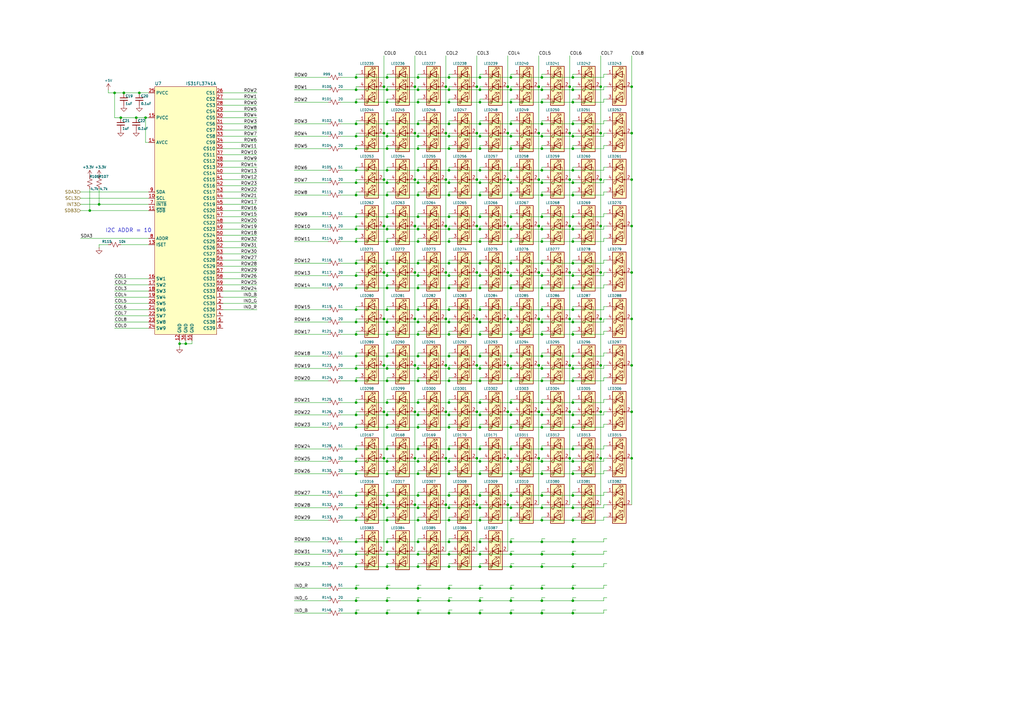
<source format=kicad_sch>
(kicad_sch (version 20231120) (generator "eeschema") (generator_version "8.0")
  (paper "A3")
  (lib_symbols
    (symbol "Device:C_Small" (pin_numbers hide) (pin_names (offset 0.254) hide)
      (property "Reference" "C" (at 0.254 1.778 0))
      (property "Value" "C_Small" (at 0.254 -2.032 0))
      (symbol "C_Small_1_1"
        (pin passive line (at 0 2.54 270) (length 2.032) (name "~") (number "1"))
        (pin passive line (at 0 -2.54 90) (length 2.032) (name "~") (number "2"))
      )
    )
    (symbol "Device:LED_RABG" (pin_names (offset 0) hide)
      (property "Reference" "D" (at 0 9.398 0))
      (property "Value" "LED_RABG" (at 0 -8.89 0))
      (symbol "LED_RABG_0_0"
        (text "B" (at -1.905 -6.35 0) (effects (font (size 1.27 1.27))))
        (text "G" (at -1.905 -1.27 0) (effects (font (size 1.27 1.27))))
        (text "R" (at -1.905 3.81 0) (effects (font (size 1.27 1.27))))
      )
      (symbol "LED_RABG_1_1"
        (pin passive line (at -5.08 5.08 0) (length 2.54) (name "RK") (number "1"))
        (pin passive line (at 5.08 0 180) (length 2.54) (name "A") (number "2"))
        (pin passive line (at -5.08 -5.08 0) (length 2.54) (name "BK") (number "3"))
        (pin passive line (at -5.08 0 0) (length 2.54) (name "GK") (number "4"))
      )
    )
    (symbol "Device:R_Small_US" (pin_numbers hide) (pin_names (offset 0.254) hide)
      (property "Reference" "R" (at 0.762 0.508 0))
      (property "Value" "R_Small_US" (at 0.762 -1.016 0))
      (symbol "R_Small_US_1_1"
        (pin passive line (at 0 2.54 270) (length 1.016) (name "~") (number "1"))
        (pin passive line (at 0 -2.54 90) (length 1.016) (name "~") (number "2"))
      )
    )
    (symbol "map_lbr:IS31FL3741A"
      (property "Reference" "U" (at 0 54.61 0))
      (property "Value" "IS31FL3741A" (at 0 52.07 0))
      (symbol "IS31FL3741A_0_0"
        (pin power_out line (at 15.24 -35.56 180) (length 2.54) (name "CS34") (number "1"))
        (pin input line (at -15.24 5.08 0) (length 2.54) (name "SCL") (number "10"))
        (pin input line (at -15.24 0 0) (length 2.54) (name "~{SDB}") (number "11"))
        (pin power_in line (at -2.54 -53.34 90) (length 2.54) (name "GND") (number "12"))
        (pin input line (at -15.24 -13.97 0) (length 2.54) (name "ISET") (number "13"))
        (pin power_in line (at -15.24 27.94 0) (length 2.54) (name "AVCC") (number "14"))
        (pin power_in line (at -15.24 38.1 0) (length 2.54) (name "PVCC") (number "15"))
        (pin power_out line (at -15.24 -27.94 0) (length 2.54) (name "SW1") (number "16"))
        (pin power_out line (at -15.24 -30.48 0) (length 2.54) (name "SW2") (number "17"))
        (pin power_out line (at -15.24 -33.02 0) (length 2.54) (name "SW3") (number "18"))
        (pin power_out line (at -15.24 -35.56 0) (length 2.54) (name "SW4") (number "19"))
        (pin power_out line (at 15.24 -38.1 180) (length 2.54) (name "CS35") (number "2"))
        (pin power_out line (at -15.24 -38.1 0) (length 2.54) (name "SW5") (number "20"))
        (pin power_out line (at -15.24 -40.64 0) (length 2.54) (name "SW6") (number "21"))
        (pin power_out line (at -15.24 -43.18 0) (length 2.54) (name "SW7") (number "22"))
        (pin power_out line (at -15.24 -45.72 0) (length 2.54) (name "SW8") (number "23"))
        (pin power_out line (at -15.24 -48.26 0) (length 2.54) (name "SW9") (number "24"))
        (pin power_in line (at -15.24 48.26 0) (length 2.54) (name "PVCC") (number "25"))
        (pin power_out line (at 15.24 48.26 180) (length 2.54) (name "CS1") (number "26"))
        (pin power_out line (at 15.24 45.72 180) (length 2.54) (name "CS2") (number "27"))
        (pin power_out line (at 15.24 43.18 180) (length 2.54) (name "CS3") (number "28"))
        (pin power_out line (at 15.24 40.64 180) (length 2.54) (name "CS4") (number "29"))
        (pin power_out line (at 15.24 -40.64 180) (length 2.54) (name "CS36") (number "3"))
        (pin power_out line (at 15.24 38.1 180) (length 2.54) (name "CS5") (number "30"))
        (pin power_out line (at 15.24 35.56 180) (length 2.54) (name "CS6") (number "31"))
        (pin power_out line (at 15.24 33.02 180) (length 2.54) (name "CS7") (number "32"))
        (pin power_out line (at 15.24 30.48 180) (length 2.54) (name "CS8") (number "33"))
        (pin power_out line (at 15.24 27.94 180) (length 2.54) (name "CS9") (number "34"))
        (pin power_out line (at 15.24 25.4 180) (length 2.54) (name "CS10") (number "35"))
        (pin power_in line (at 0 -53.34 90) (length 2.54) (name "GND") (number "36"))
        (pin power_out line (at 15.24 22.86 180) (length 2.54) (name "CS11") (number "37"))
        (pin power_out line (at 15.24 20.32 180) (length 2.54) (name "CS12") (number "38"))
        (pin power_out line (at 15.24 17.78 180) (length 2.54) (name "CS13") (number "39"))
        (pin power_out line (at 15.24 -43.18 180) (length 2.54) (name "CS37") (number "4"))
        (pin power_out line (at 15.24 15.24 180) (length 2.54) (name "CS14") (number "40"))
        (pin power_out line (at 15.24 12.7 180) (length 2.54) (name "CS15") (number "41"))
        (pin power_out line (at 15.24 10.16 180) (length 2.54) (name "CS16") (number "42"))
        (pin power_out line (at 15.24 7.62 180) (length 2.54) (name "CS17") (number "43"))
        (pin power_out line (at 15.24 5.08 180) (length 2.54) (name "CS15") (number "44"))
        (pin power_out line (at 15.24 2.54 180) (length 2.54) (name "CS19") (number "45"))
        (pin power_out line (at 15.24 0 180) (length 2.54) (name "CS20") (number "46"))
        (pin power_out line (at 15.24 -2.54 180) (length 2.54) (name "CS21") (number "47"))
        (pin power_out line (at 15.24 -5.08 180) (length 2.54) (name "CS22") (number "48"))
        (pin power_out line (at 15.24 -7.62 180) (length 2.54) (name "CS23") (number "49"))
        (pin power_out line (at 15.24 -45.72 180) (length 2.54) (name "CS38") (number "5"))
        (pin power_out line (at 15.24 -10.16 180) (length 2.54) (name "CS24") (number "50"))
        (pin power_out line (at 15.24 -12.7 180) (length 2.54) (name "CS25") (number "51"))
        (pin power_out line (at 15.24 -15.24 180) (length 2.54) (name "CS26") (number "52"))
        (pin power_out line (at 15.24 -17.78 180) (length 2.54) (name "CS27") (number "53"))
        (pin power_out line (at 15.24 -20.32 180) (length 2.54) (name "CS28") (number "54"))
        (pin power_in line (at 2.54 -53.34 90) (length 2.54) (name "GND") (number "55"))
        (pin power_out line (at 15.24 -22.86 180) (length 2.54) (name "CS29") (number "56"))
        (pin power_out line (at 15.24 -25.4 180) (length 2.54) (name "CS30") (number "57"))
        (pin power_out line (at 15.24 -27.94 180) (length 2.54) (name "CS31") (number "58"))
        (pin power_out line (at 15.24 -30.48 180) (length 2.54) (name "CS32") (number "59"))
        (pin power_out line (at 15.24 -48.26 180) (length 2.54) (name "CS39") (number "6"))
        (pin power_out line (at 15.24 -33.02 180) (length 2.54) (name "CS33") (number "60"))
        (pin power_in line (at 2.54 -53.34 90) (length 2.54) hide (name "GND") (number "61"))
        (pin open_collector line (at -15.24 2.54 0) (length 2.54) (name "~{INTB}") (number "7"))
        (pin input line (at -15.24 -11.43 0) (length 2.54) (name "ADDR") (number "8"))
        (pin bidirectional line (at -15.24 7.62 0) (length 2.54) (name "SDA") (number "9"))
      )
    )
    (symbol "power:+3.3V" (power) (pin_numbers hide) (pin_names (offset 0) hide)
      (property "Value" "+3.3V" (at 0 3.556 0))
      (symbol "+3.3V_1_1"
        (pin power_in line (at 0 0 90) (length 0) (name "~") (number "1"))
      )
    )
    (symbol "power:+5V" (power) (pin_numbers hide) (pin_names (offset 0) hide)
      (property "Value" "+5V" (at 0 3.556 0))
      (symbol "+5V_1_1"
        (pin power_in line (at 0 0 90) (length 0) (name "~") (number "1"))
      )
    )
    (symbol "power:GND" (power) (pin_numbers hide) (pin_names (offset 0) hide)
      (property "Value" "GND" (at 0 -3.81 0))
      (symbol "GND_1_1"
        (pin power_in line (at 0 0 270) (length 0) (name "~") (number "1"))
      )
    )
  )
  (junction (at 233.68 111.76))
  (junction (at 220.98 149.86))
  (junction (at 234.95 36.83))
  (junction (at 158.75 31.75))
  (junction (at 50.8 38.1))
  (junction (at 158.75 146.05))
  (junction (at 222.25 175.26))
  (junction (at 209.55 170.18))
  (junction (at 157.48 130.81))
  (junction (at 184.15 60.96))
  (junction (at 196.85 203.2))
  (junction (at 259.08 187.96))
  (junction (at 196.85 170.18))
  (junction (at 184.15 189.23))
  (junction (at 220.98 73.66))
  (junction (at 146.05 156.21))
  (junction (at 234.95 189.23))
  (junction (at 209.55 222.25))
  (junction (at 184.15 55.88))
  (junction (at 195.58 73.66))
  (junction (at 222.25 69.85))
  (junction (at 158.75 113.03))
  (junction (at 184.15 146.05))
  (junction (at 170.18 130.81))
  (junction (at 184.15 241.3))
  (junction (at 171.45 146.05))
  (junction (at 146.05 113.03))
  (junction (at 234.95 55.88))
  (junction (at 196.85 137.16))
  (junction (at 234.95 80.01))
  (junction (at 157.48 149.86))
  (junction (at 196.85 251.46))
  (junction (at 158.75 156.21))
  (junction (at 222.25 93.98))
  (junction (at 158.75 107.95))
  (junction (at 234.95 208.28))
  (junction (at 246.38 130.81))
  (junction (at 234.95 93.98))
  (junction (at 184.15 184.15))
  (junction (at 208.28 168.91))
  (junction (at 220.98 111.76))
  (junction (at 171.45 55.88))
  (junction (at 220.98 54.61))
  (junction (at 196.85 41.91))
  (junction (at 157.48 73.66))
  (junction (at 184.15 175.26))
  (junction (at 157.48 187.96))
  (junction (at 234.95 232.41))
  (junction (at 158.75 74.93))
  (junction (at 246.38 73.66))
  (junction (at 196.85 184.15))
  (junction (at 222.25 213.36))
  (junction (at 146.05 246.38))
  (junction (at 234.95 184.15))
  (junction (at 146.05 41.91))
  (junction (at 171.45 175.26))
  (junction (at 158.75 194.31))
  (junction (at 209.55 151.13))
  (junction (at 40.64 83.82))
  (junction (at 157.48 207.01))
  (junction (at 208.28 73.66))
  (junction (at 171.45 88.9))
  (junction (at 157.48 35.56))
  (junction (at 158.75 213.36))
  (junction (at 158.75 151.13))
  (junction (at 222.25 50.8))
  (junction (at 184.15 156.21))
  (junction (at 196.85 60.96))
  (junction (at 146.05 118.11))
  (junction (at 170.18 35.56))
  (junction (at 171.45 99.06))
  (junction (at 209.55 74.93))
  (junction (at 158.75 227.33))
  (junction (at 158.75 170.18))
  (junction (at 196.85 227.33))
  (junction (at 184.15 222.25))
  (junction (at 222.25 132.08))
  (junction (at 222.25 151.13))
  (junction (at 196.85 31.75))
  (junction (at 234.95 69.85))
  (junction (at 184.15 208.28))
  (junction (at 73.66 140.97))
  (junction (at 146.05 222.25))
  (junction (at 196.85 208.28))
  (junction (at 259.08 130.81))
  (junction (at 209.55 118.11))
  (junction (at 157.48 111.76))
  (junction (at 146.05 31.75))
  (junction (at 222.25 113.03))
  (junction (at 196.85 189.23))
  (junction (at 196.85 36.83))
  (junction (at 158.75 208.28))
  (junction (at 222.25 165.1))
  (junction (at 171.45 132.08))
  (junction (at 222.25 146.05))
  (junction (at 222.25 137.16))
  (junction (at 209.55 208.28))
  (junction (at 208.28 130.81))
  (junction (at 234.95 241.3))
  (junction (at 234.95 74.93))
  (junction (at 158.75 88.9))
  (junction (at 171.45 151.13))
  (junction (at 146.05 50.8))
  (junction (at 209.55 251.46))
  (junction (at 209.55 213.36))
  (junction (at 184.15 74.93))
  (junction (at 46.99 38.1))
  (junction (at 158.75 50.8))
  (junction (at 208.28 35.56))
  (junction (at 196.85 74.93))
  (junction (at 246.38 111.76))
  (junction (at 222.25 203.2))
  (junction (at 146.05 99.06))
  (junction (at 222.25 127))
  (junction (at 196.85 175.26))
  (junction (at 146.05 165.1))
  (junction (at 233.68 130.81))
  (junction (at 209.55 93.98))
  (junction (at 195.58 149.86))
  (junction (at 195.58 130.81))
  (junction (at 234.95 246.38))
  (junction (at 222.25 80.01))
  (junction (at 234.95 151.13))
  (junction (at 182.88 187.96))
  (junction (at 220.98 168.91))
  (junction (at 209.55 132.08))
  (junction (at 220.98 92.71))
  (junction (at 146.05 146.05))
  (junction (at 146.05 88.9))
  (junction (at 234.95 41.91))
  (junction (at 170.18 73.66))
  (junction (at 209.55 165.1))
  (junction (at 184.15 232.41))
  (junction (at 209.55 41.91))
  (junction (at 158.75 118.11))
  (junction (at 146.05 189.23))
  (junction (at 171.45 208.28))
  (junction (at 170.18 54.61))
  (junction (at 171.45 189.23))
  (junction (at 246.38 168.91))
  (junction (at 157.48 92.71))
  (junction (at 146.05 132.08))
  (junction (at 196.85 99.06))
  (junction (at 220.98 187.96))
  (junction (at 222.25 36.83))
  (junction (at 222.25 241.3))
  (junction (at 222.25 99.06))
  (junction (at 146.05 74.93))
  (junction (at 222.25 251.46))
  (junction (at 146.05 80.01))
  (junction (at 209.55 189.23))
  (junction (at 182.88 149.86))
  (junction (at 222.25 184.15))
  (junction (at 234.95 203.2))
  (junction (at 222.25 156.21))
  (junction (at 259.08 92.71))
  (junction (at 259.08 54.61))
  (junction (at 171.45 107.95))
  (junction (at 233.68 187.96))
  (junction (at 209.55 88.9))
  (junction (at 209.55 55.88))
  (junction (at 209.55 194.31))
  (junction (at 184.15 31.75))
  (junction (at 182.88 207.01))
  (junction (at 246.38 187.96))
  (junction (at 146.05 227.33))
  (junction (at 146.05 213.36))
  (junction (at 234.95 227.33))
  (junction (at 171.45 80.01))
  (junction (at 209.55 60.96))
  (junction (at 196.85 88.9))
  (junction (at 146.05 170.18))
  (junction (at 220.98 130.81))
  (junction (at 196.85 107.95))
  (junction (at 233.68 73.66))
  (junction (at 182.88 111.76))
  (junction (at 234.95 118.11))
  (junction (at 222.25 74.93))
  (junction (at 246.38 54.61))
  (junction (at 171.45 50.8))
  (junction (at 184.15 251.46))
  (junction (at 184.15 170.18))
  (junction (at 195.58 187.96))
  (junction (at 195.58 111.76))
  (junction (at 209.55 241.3))
  (junction (at 234.95 165.1))
  (junction (at 220.98 35.56))
  (junction (at 246.38 92.71))
  (junction (at 158.75 41.91))
  (junction (at 196.85 118.11))
  (junction (at 184.15 107.95))
  (junction (at 146.05 69.85))
  (junction (at 146.05 251.46))
  (junction (at 184.15 203.2))
  (junction (at 184.15 99.06))
  (junction (at 184.15 69.85))
  (junction (at 234.95 251.46))
  (junction (at 184.15 88.9))
  (junction (at 146.05 93.98))
  (junction (at 196.85 194.31))
  (junction (at 57.15 38.1))
  (junction (at 246.38 149.86))
  (junction (at 146.05 107.95))
  (junction (at 209.55 127))
  (junction (at 234.95 127))
  (junction (at 146.05 194.31))
  (junction (at 222.25 227.33))
  (junction (at 158.75 127))
  (junction (at 196.85 127))
  (junction (at 158.75 132.08))
  (junction (at 158.75 241.3))
  (junction (at 184.15 118.11))
  (junction (at 259.08 111.76))
  (junction (at 146.05 175.26))
  (junction (at 76.2 140.97))
  (junction (at 222.25 88.9))
  (junction (at 171.45 156.21))
  (junction (at 158.75 251.46))
  (junction (at 234.95 50.8))
  (junction (at 171.45 36.83))
  (junction (at 196.85 132.08))
  (junction (at 171.45 246.38))
  (junction (at 208.28 187.96))
  (junction (at 195.58 168.91))
  (junction (at 146.05 208.28))
  (junction (at 234.95 156.21))
  (junction (at 171.45 165.1))
  (junction (at 158.75 246.38))
  (junction (at 184.15 36.83))
  (junction (at 158.75 175.26))
  (junction (at 171.45 137.16))
  (junction (at 259.08 73.66))
  (junction (at 184.15 137.16))
  (junction (at 182.88 54.61))
  (junction (at 182.88 92.71))
  (junction (at 234.95 175.26))
  (junction (at 171.45 74.93))
  (junction (at 196.85 69.85))
  (junction (at 55.88 48.26))
  (junction (at 184.15 165.1))
  (junction (at 234.95 113.03))
  (junction (at 171.45 194.31))
  (junction (at 184.15 93.98))
  (junction (at 222.25 55.88))
  (junction (at 196.85 222.25))
  (junction (at 158.75 60.96))
  (junction (at 222.25 60.96))
  (junction (at 171.45 232.41))
  (junction (at 222.25 107.95))
  (junction (at 158.75 36.83))
  (junction (at 184.15 113.03))
  (junction (at 209.55 31.75))
  (junction (at 209.55 80.01))
  (junction (at 146.05 55.88))
  (junction (at 222.25 232.41))
  (junction (at 158.75 137.16))
  (junction (at 222.25 194.31))
  (junction (at 196.85 55.88))
  (junction (at 182.88 35.56))
  (junction (at 234.95 31.75))
  (junction (at 171.45 213.36))
  (junction (at 195.58 207.01))
  (junction (at 171.45 222.25))
  (junction (at 209.55 227.33))
  (junction (at 171.45 113.03))
  (junction (at 209.55 184.15))
  (junction (at 184.15 132.08))
  (junction (at 171.45 203.2))
  (junction (at 209.55 203.2))
  (junction (at 171.45 227.33))
  (junction (at 195.58 35.56))
  (junction (at 209.55 156.21))
  (junction (at 209.55 69.85))
  (junction (at 222.25 170.18))
  (junction (at 233.68 168.91))
  (junction (at 234.95 222.25))
  (junction (at 158.75 69.85))
  (junction (at 259.08 35.56))
  (junction (at 170.18 207.01))
  (junction (at 209.55 146.05))
  (junction (at 182.88 130.81))
  (junction (at 184.15 80.01))
  (junction (at 184.15 227.33))
  (junction (at 195.58 54.61))
  (junction (at 171.45 251.46))
  (junction (at 209.55 232.41))
  (junction (at 196.85 165.1))
  (junction (at 171.45 118.11))
  (junction (at 222.25 208.28))
  (junction (at 158.75 55.88))
  (junction (at 170.18 111.76))
  (junction (at 208.28 92.71))
  (junction (at 171.45 31.75))
  (junction (at 184.15 127))
  (junction (at 170.18 187.96))
  (junction (at 196.85 113.03))
  (junction (at 196.85 93.98))
  (junction (at 184.15 213.36))
  (junction (at 233.68 92.71))
  (junction (at 195.58 92.71))
  (junction (at 259.08 149.86))
  (junction (at 222.25 189.23))
  (junction (at 259.08 168.91))
  (junction (at 209.55 99.06))
  (junction (at 234.95 132.08))
  (junction (at 234.95 60.96))
  (junction (at 184.15 50.8))
  (junction (at 170.18 92.71))
  (junction (at 158.75 80.01))
  (junction (at 209.55 137.16))
  (junction (at 146.05 137.16))
  (junction (at 234.95 194.31))
  (junction (at 146.05 151.13))
  (junction (at 196.85 241.3))
  (junction (at 208.28 207.01))
  (junction (at 146.05 127))
  (junction (at 196.85 213.36))
  (junction (at 233.68 35.56))
  (junction (at 234.95 88.9))
  (junction (at 222.25 118.11))
  (junction (at 209.55 107.95))
  (junction (at 233.68 149.86))
  (junction (at 222.25 31.75))
  (junction (at 222.25 41.91))
  (junction (at 59.69 48.26))
  (junction (at 209.55 113.03))
  (junction (at 157.48 54.61))
  (junction (at 170.18 168.91))
  (junction (at 158.75 165.1))
  (junction (at 234.95 107.95))
  (junction (at 196.85 156.21))
  (junction (at 209.55 36.83))
  (junction (at 196.85 80.01))
  (junction (at 146.05 232.41))
  (junction (at 182.88 73.66))
  (junction (at 171.45 241.3))
  (junction (at 171.45 41.91))
  (junction (at 196.85 246.38))
  (junction (at 196.85 50.8))
  (junction (at 171.45 93.98))
  (junction (at 158.75 99.06))
  (junction (at 234.95 137.16))
  (junction (at 234.95 99.06))
  (junction (at 182.88 168.91))
  (junction (at 158.75 189.23))
  (junction (at 157.48 168.91))
  (junction (at 146.05 36.83))
  (junction (at 209.55 50.8))
  (junction (at 171.45 184.15))
  (junction (at 146.05 203.2))
  (junction (at 146.05 184.15))
  (junction (at 208.28 54.61))
  (junction (at 222.25 246.38))
  (junction (at 49.53 48.26))
  (junction (at 234.95 146.05))
  (junction (at 146.05 60.96))
  (junction (at 208.28 149.86))
  (junction (at 234.95 213.36))
  (junction (at 246.38 35.56))
  (junction (at 158.75 232.41))
  (junction (at 184.15 151.13))
  (junction (at 170.18 149.86))
  (junction (at 184.15 194.31))
  (junction (at 158.75 93.98))
  (junction (at 234.95 170.18))
  (junction (at 184.15 41.91))
  (junction (at 158.75 203.2))
  (junction (at 171.45 127))
  (junction (at 209.55 246.38))
  (junction (at 171.45 170.18))
  (junction (at 222.25 222.25))
  (junction (at 196.85 151.13))
  (junction (at 233.68 54.61))
  (junction (at 208.28 111.76))
  (junction (at 171.45 69.85))
  (junction (at 36.83 86.36))
  (junction (at 196.85 232.41))
  (junction (at 196.85 146.05))
  (junction (at 158.75 222.25))
  (junction (at 146.05 241.3))
  (junction (at 171.45 60.96))
  (junction (at 209.55 175.26))
  (junction (at 158.75 184.15))
  (junction (at 184.15 246.38))
  (wire (pts (xy 234.95 246.38) (xy 247.65 246.38)))
  (wire (pts (xy 209.55 74.93) (xy 209.55 73.66)))
  (wire (pts (xy 247.65 41.91) (xy 247.65 40.64)))
  (wire (pts (xy 146.05 137.16) (xy 158.75 137.16)))
  (wire (pts (xy 247.65 241.3) (xy 247.65 240.03)))
  (wire (pts (xy 120.65 80.01) (xy 134.62 80.01)))
  (wire (pts (xy 158.75 99.06) (xy 171.45 99.06)))
  (wire (pts (xy 171.45 41.91) (xy 171.45 40.64)))
  (wire (pts (xy 171.45 132.08) (xy 184.15 132.08)))
  (wire (pts (xy 222.25 35.56) (xy 223.52 35.56)))
  (wire (pts (xy 247.65 116.84) (xy 248.92 116.84)))
  (wire (pts (xy 247.65 163.83) (xy 248.92 163.83)))
  (wire (pts (xy 182.88 111.76) (xy 182.88 130.81)))
  (wire (pts (xy 184.15 93.98) (xy 196.85 93.98)))
  (wire (pts (xy 247.65 93.98) (xy 247.65 92.71)))
  (wire (pts (xy 208.28 130.81) (xy 208.28 149.86)))
  (wire (pts (xy 158.75 31.75) (xy 171.45 31.75)))
  (wire (pts (xy 209.55 222.25) (xy 222.25 222.25)))
  (wire (pts (xy 184.15 241.3) (xy 184.15 240.03)))
  (wire (pts (xy 234.95 222.25) (xy 247.65 222.25)))
  (wire (pts (xy 184.15 49.53) (xy 185.42 49.53)))
  (wire (pts (xy 171.45 203.2) (xy 171.45 201.93)))
  (wire (pts (xy 259.08 22.86) (xy 259.08 35.56)))
  (wire (pts (xy 171.45 50.8) (xy 184.15 50.8)))
  (wire (pts (xy 222.25 59.69) (xy 223.52 59.69)))
  (wire (pts (xy 222.25 107.95) (xy 234.95 107.95)))
  (wire (pts (xy 171.45 246.38) (xy 171.45 245.11)))
  (wire (pts (xy 40.64 100.33) (xy 40.64 101.6)))
  (wire (pts (xy 40.64 83.82) (xy 60.96 83.82)))
  (wire (pts (xy 146.05 156.21) (xy 158.75 156.21)))
  (wire (pts (xy 196.85 203.2) (xy 196.85 201.93)))
  (wire (pts (xy 246.38 111.76) (xy 246.38 130.81)))
  (wire (pts (xy 247.65 137.16) (xy 247.65 135.89)))
  (wire (pts (xy 105.41 58.42) (xy 91.44 58.42)))
  (wire (pts (xy 171.45 227.33) (xy 184.15 227.33)))
  (wire (pts (xy 49.53 100.33) (xy 60.96 100.33)))
  (wire (pts (xy 196.85 227.33) (xy 209.55 227.33)))
  (wire (pts (xy 222.25 132.08) (xy 234.95 132.08)))
  (wire (pts (xy 196.85 213.36) (xy 196.85 212.09)))
  (wire (pts (xy 222.25 125.73) (xy 223.52 125.73)))
  (wire (pts (xy 171.45 222.25) (xy 171.45 220.98)))
  (wire (pts (xy 246.38 130.81) (xy 246.38 149.86)))
  (wire (pts (xy 158.75 187.96) (xy 160.02 187.96)))
  (wire (pts (xy 222.25 240.03) (xy 223.52 240.03)))
  (wire (pts (xy 184.15 69.85) (xy 196.85 69.85)))
  (wire (pts (xy 222.25 231.14) (xy 223.52 231.14)))
  (wire (pts (xy 234.95 213.36) (xy 234.95 212.09)))
  (wire (pts (xy 158.75 36.83) (xy 158.75 35.56)))
  (wire (pts (xy 234.95 193.04) (xy 236.22 193.04)))
  (wire (pts (xy 158.75 193.04) (xy 160.02 193.04)))
  (wire (pts (xy 158.75 251.46) (xy 158.75 250.19)))
  (wire (pts (xy 196.85 193.04) (xy 198.12 193.04)))
  (wire (pts (xy 234.95 201.93) (xy 236.22 201.93)))
  (wire (pts (xy 196.85 201.93) (xy 198.12 201.93)))
  (wire (pts (xy 234.95 92.71) (xy 236.22 92.71)))
  (wire (pts (xy 196.85 163.83) (xy 198.12 163.83)))
  (wire (pts (xy 196.85 173.99) (xy 198.12 173.99)))
  (wire (pts (xy 171.45 60.96) (xy 171.45 59.69)))
  (wire (pts (xy 146.05 74.93) (xy 146.05 73.66)))
  (wire (pts (xy 171.45 146.05) (xy 171.45 144.78)))
  (wire (pts (xy 146.05 127) (xy 146.05 125.73)))
  (wire (pts (xy 209.55 241.3) (xy 209.55 240.03)))
  (wire (pts (xy 158.75 80.01) (xy 158.75 78.74)))
  (wire (pts (xy 184.15 135.89) (xy 185.42 135.89)))
  (wire (pts (xy 184.15 50.8) (xy 184.15 49.53)))
  (wire (pts (xy 158.75 116.84) (xy 160.02 116.84)))
  (wire (pts (xy 184.15 127) (xy 196.85 127)))
  (wire (pts (xy 209.55 107.95) (xy 209.55 106.68)))
  (wire (pts (xy 209.55 156.21) (xy 222.25 156.21)))
  (wire (pts (xy 158.75 168.91) (xy 160.02 168.91)))
  (wire (pts (xy 222.25 232.41) (xy 222.25 231.14)))
  (wire (pts (xy 234.95 213.36) (xy 247.65 213.36)))
  (wire (pts (xy 222.25 170.18) (xy 234.95 170.18)))
  (wire (pts (xy 171.45 194.31) (xy 184.15 194.31)))
  (wire (pts (xy 170.18 35.56) (xy 170.18 54.61)))
  (wire (pts (xy 222.25 88.9) (xy 222.25 87.63)))
  (wire (pts (xy 146.05 246.38) (xy 158.75 246.38)))
  (wire (pts (xy 222.25 213.36) (xy 222.25 212.09)))
  (wire (pts (xy 171.45 111.76) (xy 172.72 111.76)))
  (wire (pts (xy 234.95 40.64) (xy 236.22 40.64)))
  (wire (pts (xy 222.25 149.86) (xy 223.52 149.86)))
  (wire (pts (xy 222.25 113.03) (xy 222.25 111.76)))
  (wire (pts (xy 139.7 55.88) (xy 146.05 55.88)))
  (wire (pts (xy 146.05 116.84) (xy 147.32 116.84)))
  (wire (pts (xy 120.65 194.31) (xy 134.62 194.31)))
  (wire (pts (xy 247.65 170.18) (xy 247.65 168.91)))
  (wire (pts (xy 209.55 245.11) (xy 210.82 245.11)))
  (wire (pts (xy 196.85 107.95) (xy 209.55 107.95)))
  (wire (pts (xy 171.45 182.88) (xy 172.72 182.88)))
  (wire (pts (xy 73.66 140.97) (xy 76.2 140.97)))
  (wire (pts (xy 196.85 78.74) (xy 198.12 78.74)))
  (wire (pts (xy 209.55 60.96) (xy 222.25 60.96)))
  (wire (pts (xy 105.41 68.58) (xy 91.44 68.58)))
  (wire (pts (xy 247.65 245.11) (xy 248.92 245.11)))
  (wire (pts (xy 171.45 232.41) (xy 184.15 232.41)))
  (wire (pts (xy 234.95 127) (xy 247.65 127)))
  (wire (pts (xy 120.65 132.08) (xy 134.62 132.08)))
  (wire (pts (xy 247.65 240.03) (xy 248.92 240.03)))
  (wire (pts (xy 105.41 111.76) (xy 91.44 111.76)))
  (wire (pts (xy 222.25 31.75) (xy 234.95 31.75)))
  (wire (pts (xy 234.95 41.91) (xy 234.95 40.64)))
  (wire (pts (xy 222.25 251.46) (xy 234.95 251.46)))
  (wire (pts (xy 184.15 227.33) (xy 184.15 226.06)))
  (wire (pts (xy 139.7 137.16) (xy 146.05 137.16)))
  (wire (pts (xy 209.55 232.41) (xy 222.25 232.41)))
  (wire (pts (xy 146.05 232.41) (xy 146.05 231.14)))
  (wire (pts (xy 105.41 78.74) (xy 91.44 78.74)))
  (wire (pts (xy 196.85 49.53) (xy 198.12 49.53)))
  (wire (pts (xy 234.95 36.83) (xy 247.65 36.83)))
  (wire (pts (xy 158.75 213.36) (xy 158.75 212.09)))
  (wire (pts (xy 234.95 168.91) (xy 236.22 168.91)))
  (wire (pts (xy 222.25 74.93) (xy 234.95 74.93)))
  (wire (pts (xy 171.45 88.9) (xy 171.45 87.63)))
  (wire (pts (xy 146.05 207.01) (xy 147.32 207.01)))
  (wire (pts (xy 146.05 156.21) (xy 146.05 154.94)))
  (wire (pts (xy 33.02 81.28) (xy 60.96 81.28)))
  (wire (pts (xy 196.85 127) (xy 209.55 127)))
  (wire (pts (xy 222.25 250.19) (xy 223.52 250.19)))
  (wire (pts (xy 146.05 50.8) (xy 146.05 49.53)))
  (wire (pts (xy 146.05 146.05) (xy 158.75 146.05)))
  (wire (pts (xy 196.85 207.01) (xy 198.12 207.01)))
  (wire (pts (xy 208.28 54.61) (xy 208.28 73.66)))
  (wire (pts (xy 146.05 193.04) (xy 147.32 193.04)))
  (wire (pts (xy 158.75 135.89) (xy 160.02 135.89)))
  (wire (pts (xy 209.55 189.23) (xy 222.25 189.23)))
  (wire (pts (xy 234.95 170.18) (xy 247.65 170.18)))
  (wire (pts (xy 120.65 170.18) (xy 134.62 170.18)))
  (wire (pts (xy 158.75 212.09) (xy 160.02 212.09)))
  (wire (pts (xy 209.55 106.68) (xy 210.82 106.68)))
  (wire (pts (xy 222.25 36.83) (xy 234.95 36.83)))
  (wire (pts (xy 196.85 222.25) (xy 209.55 222.25)))
  (wire (pts (xy 171.45 93.98) (xy 184.15 93.98)))
  (wire (pts (xy 146.05 137.16) (xy 146.05 135.89)))
  (wire (pts (xy 234.95 55.88) (xy 234.95 54.61)))
  (wire (pts (xy 196.85 80.01) (xy 196.85 78.74)))
  (wire (pts (xy 247.65 111.76) (xy 248.92 111.76)))
  (wire (pts (xy 234.95 78.74) (xy 236.22 78.74)))
  (wire (pts (xy 146.05 149.86) (xy 147.32 149.86)))
  (wire (pts (xy 184.15 111.76) (xy 185.42 111.76)))
  (wire (pts (xy 209.55 41.91) (xy 222.25 41.91)))
  (wire (pts (xy 222.25 74.93) (xy 222.25 73.66)))
  (wire (pts (xy 196.85 30.48) (xy 198.12 30.48)))
  (wire (pts (xy 209.55 127) (xy 209.55 125.73)))
  (wire (pts (xy 247.65 226.06) (xy 248.92 226.06)))
  (wire (pts (xy 158.75 30.48) (xy 160.02 30.48)))
  (wire (pts (xy 184.15 232.41) (xy 184.15 231.14)))
  (wire (pts (xy 209.55 137.16) (xy 209.55 135.89)))
  (wire (pts (xy 247.65 231.14) (xy 248.92 231.14)))
  (wire (pts (xy 184.15 36.83) (xy 184.15 35.56)))
  (wire (pts (xy 196.85 113.03) (xy 209.55 113.03)))
  (wire (pts (xy 222.25 99.06) (xy 222.25 97.79)))
  (wire (pts (xy 46.99 127) (xy 60.96 127)))
  (wire (pts (xy 195.58 130.81) (xy 195.58 149.86)))
  (wire (pts (xy 146.05 125.73) (xy 147.32 125.73)))
  (wire (pts (xy 196.85 69.85) (xy 196.85 68.58)))
  (wire (pts (xy 59.69 48.26) (xy 59.69 58.42)))
  (wire (pts (xy 182.88 207.01) (xy 182.88 226.06)))
  (wire (pts (xy 171.45 208.28) (xy 171.45 207.01)))
  (wire (pts (xy 247.65 203.2) (xy 247.65 201.93)))
  (wire (pts (xy 196.85 220.98) (xy 198.12 220.98)))
  (wire (pts (xy 171.45 212.09) (xy 172.72 212.09)))
  (wire (pts (xy 222.25 40.64) (xy 223.52 40.64)))
  (wire (pts (xy 171.45 189.23) (xy 171.45 187.96)))
  (wire (pts (xy 184.15 187.96) (xy 185.42 187.96)))
  (wire (pts (xy 139.7 203.2) (xy 146.05 203.2)))
  (wire (pts (xy 139.7 232.41) (xy 146.05 232.41)))
  (wire (pts (xy 171.45 74.93) (xy 184.15 74.93)))
  (wire (pts (xy 184.15 118.11) (xy 184.15 116.84)))
  (wire (pts (xy 222.25 116.84) (xy 223.52 116.84)))
  (wire (pts (xy 158.75 213.36) (xy 171.45 213.36)))
  (wire (pts (xy 146.05 60.96) (xy 158.75 60.96)))
  (wire (pts (xy 171.45 184.15) (xy 184.15 184.15)))
  (wire (pts (xy 209.55 55.88) (xy 222.25 55.88)))
  (wire (pts (xy 234.95 232.41) (xy 234.95 231.14)))
  (wire (pts (xy 222.25 68.58) (xy 223.52 68.58)))
  (wire (pts (xy 222.25 165.1) (xy 222.25 163.83)))
  (wire (pts (xy 209.55 194.31) (xy 222.25 194.31)))
  (wire (pts (xy 196.85 60.96) (xy 209.55 60.96)))
  (wire (pts (xy 209.55 88.9) (xy 209.55 87.63)))
  (wire (pts (xy 196.85 132.08) (xy 196.85 130.81)))
  (wire (pts (xy 158.75 106.68) (xy 160.02 106.68)))
  (wire (pts (xy 158.75 50.8) (xy 158.75 49.53)))
  (wire (pts (xy 196.85 194.31) (xy 196.85 193.04)))
  (wire (pts (xy 158.75 163.83) (xy 160.02 163.83)))
  (wire (pts (xy 234.95 69.85) (xy 247.65 69.85)))
  (wire (pts (xy 222.25 99.06) (xy 234.95 99.06)))
  (wire (pts (xy 184.15 127) (xy 184.15 125.73)))
  (wire (pts (xy 146.05 118.11) (xy 146.05 116.84)))
  (wire (pts (xy 184.15 130.81) (xy 185.42 130.81)))
  (wire (pts (xy 247.65 220.98) (xy 248.92 220.98)))
  (wire (pts (xy 184.15 97.79) (xy 185.42 97.79)))
  (wire (pts (xy 157.48 130.81) (xy 157.48 149.86)))
  (wire (pts (xy 196.85 168.91) (xy 198.12 168.91)))
  (wire (pts (xy 146.05 251.46) (xy 158.75 251.46)))
  (wire (pts (xy 46.99 38.1) (xy 46.99 48.26)))
  (wire (pts (xy 158.75 189.23) (xy 171.45 189.23)))
  (wire (pts (xy 222.25 41.91) (xy 222.25 40.64)))
  (wire (pts (xy 157.48 149.86) (xy 157.48 168.91)))
  (wire (pts (xy 184.15 31.75) (xy 184.15 30.48)))
  (wire (pts (xy 170.18 130.81) (xy 170.18 149.86)))
  (wire (pts (xy 234.95 137.16) (xy 247.65 137.16)))
  (wire (pts (xy 247.65 69.85) (xy 247.65 68.58)))
  (wire (pts (xy 209.55 175.26) (xy 222.25 175.26)))
  (wire (pts (xy 184.15 137.16) (xy 184.15 135.89)))
  (wire (pts (xy 247.65 213.36) (xy 247.65 212.09)))
  (wire (pts (xy 120.65 113.03) (xy 134.62 113.03)))
  (wire (pts (xy 208.28 73.66) (xy 208.28 92.71)))
  (wire (pts (xy 222.25 207.01) (xy 223.52 207.01)))
  (wire (pts (xy 247.65 251.46) (xy 247.65 250.19)))
  (wire (pts (xy 171.45 135.89) (xy 172.72 135.89)))
  (wire (pts (xy 33.02 97.79) (xy 60.96 97.79)))
  (wire (pts (xy 184.15 106.68) (xy 185.42 106.68)))
  (wire (pts (xy 209.55 241.3) (xy 222.25 241.3)))
  (wire (pts (xy 76.2 140.97) (xy 76.2 139.7)))
  (wire (pts (xy 247.65 125.73) (xy 248.92 125.73)))
  (wire (pts (xy 208.28 207.01) (xy 208.28 226.06)))
  (wire (pts (xy 222.25 194.31) (xy 234.95 194.31)))
  (wire (pts (xy 139.7 31.75) (xy 146.05 31.75)))
  (wire (pts (xy 171.45 165.1) (xy 184.15 165.1)))
  (wire (pts (xy 234.95 184.15) (xy 234.95 182.88)))
  (wire (pts (xy 146.05 74.93) (xy 158.75 74.93)))
  (wire (pts (xy 182.88 187.96) (xy 182.88 207.01)))
  (wire (pts (xy 139.7 251.46) (xy 146.05 251.46)))
  (wire (pts (xy 139.7 170.18) (xy 146.05 170.18)))
  (wire (pts (xy 222.25 130.81) (xy 223.52 130.81)))
  (wire (pts (xy 209.55 73.66) (xy 210.82 73.66)))
  (wire (pts (xy 146.05 92.71) (xy 147.32 92.71)))
  (wire (pts (xy 234.95 60.96) (xy 247.65 60.96)))
  (wire (pts (xy 105.41 66.04) (xy 91.44 66.04)))
  (wire (pts (xy 184.15 208.28) (xy 196.85 208.28)))
  (wire (pts (xy 184.15 55.88) (xy 196.85 55.88)))
  (wire (pts (xy 146.05 50.8) (xy 158.75 50.8)))
  (wire (pts (xy 184.15 151.13) (xy 184.15 149.86)))
  (wire (pts (xy 209.55 151.13) (xy 209.55 149.86)))
  (wire (pts (xy 146.05 227.33) (xy 158.75 227.33)))
  (wire (pts (xy 234.95 99.06) (xy 247.65 99.06)))
  (wire (pts (xy 184.15 78.74) (xy 185.42 78.74)))
  (wire (pts (xy 222.25 194.31) (xy 222.25 193.04)))
  (wire (pts (xy 209.55 213.36) (xy 209.55 212.09)))
  (wire (pts (xy 209.55 80.01) (xy 209.55 78.74)))
  (wire (pts (xy 146.05 113.03) (xy 146.05 111.76)))
  (wire (pts (xy 171.45 156.21) (xy 184.15 156.21)))
  (wire (pts (xy 209.55 68.58) (xy 210.82 68.58)))
  (wire (pts (xy 105.41 88.9) (xy 91.44 88.9)))
  (wire (pts (xy 196.85 127) (xy 196.85 125.73)))
  (wire (pts (xy 209.55 170.18) (xy 209.55 168.91)))
  (wire (pts (xy 233.68 130.81) (xy 233.68 149.86)))
  (wire (pts (xy 171.45 113.03) (xy 184.15 113.03)))
  (wire (pts (xy 196.85 60.96) (xy 196.85 59.69)))
  (wire (pts (xy 196.85 55.88) (xy 209.55 55.88)))
  (wire (pts (xy 234.95 203.2) (xy 247.65 203.2)))
  (wire (pts (xy 171.45 245.11) (xy 172.72 245.11)))
  (wire (pts (xy 234.95 182.88) (xy 236.22 182.88)))
  (wire (pts (xy 105.41 63.5) (xy 91.44 63.5)))
  (wire (pts (xy 105.41 86.36) (xy 91.44 86.36)))
  (wire (pts (xy 222.25 168.91) (xy 223.52 168.91)))
  (wire (pts (xy 209.55 193.04) (xy 210.82 193.04)))
  (wire (pts (xy 105.41 93.98) (xy 91.44 93.98)))
  (wire (pts (xy 157.48 35.56) (xy 157.48 54.61)))
  (wire (pts (xy 234.95 50.8) (xy 247.65 50.8)))
  (wire (pts (xy 146.05 187.96) (xy 147.32 187.96)))
  (wire (pts (xy 158.75 175.26) (xy 171.45 175.26)))
  (wire (pts (xy 209.55 201.93) (xy 210.82 201.93)))
  (wire (pts (xy 196.85 175.26) (xy 209.55 175.26)))
  (wire (pts (xy 158.75 31.75) (xy 158.75 30.48)))
  (wire (pts (xy 234.95 208.28) (xy 247.65 208.28)))
  (wire (pts (xy 105.41 38.1) (xy 91.44 38.1)))
  (wire (pts (xy 222.25 50.8) (xy 222.25 49.53)))
  (wire (pts (xy 222.25 54.61) (xy 223.52 54.61)))
  (wire (pts (xy 184.15 74.93) (xy 196.85 74.93)))
  (wire (pts (xy 233.68 54.61) (xy 233.68 73.66)))
  (wire (pts (xy 158.75 87.63) (xy 160.02 87.63)))
  (wire (pts (xy 209.55 184.15) (xy 222.25 184.15)))
  (wire (pts (xy 120.65 107.95) (xy 134.62 107.95)))
  (wire (pts (xy 220.98 168.91) (xy 220.98 187.96)))
  (wire (pts (xy 171.45 251.46) (xy 184.15 251.46)))
  (wire (pts (xy 234.95 73.66) (xy 236.22 73.66)))
  (wire (pts (xy 91.44 60.96) (xy 105.41 60.96)))
  (wire (pts (xy 196.85 93.98) (xy 196.85 92.71)))
  (wire (pts (xy 171.45 137.16) (xy 171.45 135.89)))
  (wire (pts (xy 171.45 127) (xy 171.45 125.73)))
  (wire (pts (xy 234.95 151.13) (xy 247.65 151.13)))
  (wire (pts (xy 120.65 36.83) (xy 134.62 36.83)))
  (wire (pts (xy 184.15 245.11) (xy 185.42 245.11)))
  (wire (pts (xy 146.05 151.13) (xy 158.75 151.13)))
  (wire (pts (xy 247.65 54.61) (xy 248.92 54.61)))
  (wire (pts (xy 222.25 36.83) (xy 222.25 35.56)))
  (wire (pts (xy 222.25 78.74) (xy 223.52 78.74)))
  (wire (pts (xy 209.55 36.83) (xy 209.55 35.56)))
  (wire (pts (xy 234.95 36.83) (xy 234.95 35.56)))
  (wire (pts (xy 184.15 194.31) (xy 184.15 193.04)))
  (wire (pts (xy 105.41 83.82) (xy 91.44 83.82)))
  (wire (pts (xy 184.15 99.06) (xy 196.85 99.06)))
  (wire (pts (xy 184.15 163.83) (xy 185.42 163.83)))
  (wire (pts (xy 222.25 246.38) (xy 234.95 246.38)))
  (wire (pts (xy 146.05 220.98) (xy 147.32 220.98)))
  (wire (pts (xy 234.95 80.01) (xy 247.65 80.01)))
  (wire (pts (xy 234.95 88.9) (xy 247.65 88.9)))
  (wire (pts (xy 158.75 170.18) (xy 171.45 170.18)))
  (wire (pts (xy 157.48 111.76) (xy 157.48 130.81)))
  (wire (pts (xy 234.95 118.11) (xy 247.65 118.11)))
  (wire (pts (xy 247.65 130.81) (xy 248.92 130.81)))
  (wire (pts (xy 209.55 194.31) (xy 209.55 193.04)))
  (wire (pts (xy 222.25 156.21) (xy 234.95 156.21)))
  (wire (pts (xy 247.65 184.15) (xy 247.65 182.88)))
  (wire (pts (xy 209.55 170.18) (xy 222.25 170.18)))
  (wire (pts (xy 184.15 227.33) (xy 196.85 227.33)))
  (wire (pts (xy 196.85 50.8) (xy 196.85 49.53)))
  (wire (pts (xy 222.25 170.18) (xy 222.25 168.91)))
  (wire (pts (xy 247.65 156.21) (xy 247.65 154.94)))
  (wire (pts (xy 146.05 107.95) (xy 146.05 106.68)))
  (wire (pts (xy 105.41 99.06) (xy 91.44 99.06)))
  (wire (pts (xy 234.95 203.2) (xy 234.95 201.93)))
  (wire (pts (xy 209.55 251.46) (xy 222.25 251.46)))
  (wire (pts (xy 196.85 246.38) (xy 196.85 245.11)))
  (wire (pts (xy 234.95 156.21) (xy 247.65 156.21)))
  (wire (pts (xy 158.75 232.41) (xy 171.45 232.41)))
  (wire (pts (xy 46.99 116.84) (xy 60.96 116.84)))
  (wire (pts (xy 182.88 149.86) (xy 182.88 168.91)))
  (wire (pts (xy 157.48 73.66) (xy 157.48 92.71)))
  (wire (pts (xy 146.05 59.69) (xy 147.32 59.69)))
  (wire (pts (xy 171.45 151.13) (xy 184.15 151.13)))
  (wire (pts (xy 146.05 184.15) (xy 146.05 182.88)))
  (wire (pts (xy 184.15 201.93) (xy 185.42 201.93)))
  (wire (pts (xy 158.75 73.66) (xy 160.02 73.66)))
  (wire (pts (xy 184.15 250.19) (xy 185.42 250.19)))
  (wire (pts (xy 158.75 137.16) (xy 171.45 137.16)))
  (wire (pts (xy 184.15 35.56) (xy 185.42 35.56)))
  (wire (pts (xy 158.75 69.85) (xy 171.45 69.85)))
  (wire (pts (xy 247.65 146.05) (xy 247.65 144.78)))
  (wire (pts (xy 209.55 113.03) (xy 222.25 113.03)))
  (wire (pts (xy 158.75 154.94) (xy 160.02 154.94)))
  (wire (pts (xy 196.85 88.9) (xy 209.55 88.9)))
  (wire (pts (xy 222.25 208.28) (xy 234.95 208.28)))
  (wire (pts (xy 105.41 106.68) (xy 91.44 106.68)))
  (wire (pts (xy 184.15 146.05) (xy 196.85 146.05)))
  (wire (pts (xy 246.38 54.61) (xy 246.38 73.66)))
  (wire (pts (xy 105.41 124.46) (xy 91.44 124.46)))
  (wire (pts (xy 209.55 173.99) (xy 210.82 173.99)))
  (wire (pts (xy 146.05 41.91) (xy 146.05 40.64)))
  (wire (pts (xy 146.05 189.23) (xy 146.05 187.96)))
  (wire (pts (xy 220.98 35.56) (xy 220.98 54.61)))
  (wire (pts (xy 234.95 125.73) (xy 236.22 125.73)))
  (wire (pts (xy 158.75 222.25) (xy 171.45 222.25)))
  (wire (pts (xy 170.18 92.71) (xy 170.18 111.76)))
  (wire (pts (xy 222.25 201.93) (xy 223.52 201.93)))
  (wire (pts (xy 171.45 165.1) (xy 171.45 163.83)))
  (wire (pts (xy 209.55 55.88) (xy 209.55 54.61)))
  (wire (pts (xy 196.85 189.23) (xy 209.55 189.23)))
  (wire (pts (xy 184.15 132.08) (xy 184.15 130.81)))
  (wire (pts (xy 171.45 93.98) (xy 171.45 92.71)))
  (wire (pts (xy 209.55 31.75) (xy 222.25 31.75)))
  (wire (pts (xy 120.65 189.23) (xy 134.62 189.23)))
  (wire (pts (xy 196.85 175.26) (xy 196.85 173.99)))
  (wire (pts (xy 46.99 119.38) (xy 60.96 119.38)))
  (wire (pts (xy 120.65 208.28) (xy 134.62 208.28)))
  (wire (pts (xy 196.85 35.56) (xy 198.12 35.56)))
  (wire (pts (xy 222.25 88.9) (xy 234.95 88.9)))
  (wire (pts (xy 222.25 208.28) (xy 222.25 207.01)))
  (wire (pts (xy 222.25 163.83) (xy 223.52 163.83)))
  (wire (pts (xy 146.05 245.11) (xy 147.32 245.11)))
  (wire (pts (xy 209.55 125.73) (xy 210.82 125.73)))
  (wire (pts (xy 222.25 175.26) (xy 234.95 175.26)))
  (wire (pts (xy 171.45 151.13) (xy 171.45 149.86)))
  (wire (pts (xy 195.58 54.61) (xy 195.58 73.66)))
  (wire (pts (xy 196.85 227.33) (xy 196.85 226.06)))
  (wire (pts (xy 120.65 88.9) (xy 134.62 88.9)))
  (wire (pts (xy 208.28 187.96) (xy 208.28 207.01)))
  (wire (pts (xy 182.88 35.56) (xy 182.88 54.61)))
  (wire (pts (xy 184.15 113.03) (xy 184.15 111.76)))
  (wire (pts (xy 234.95 97.79) (xy 236.22 97.79)))
  (wire (pts (xy 184.15 41.91) (xy 184.15 40.64)))
  (wire (pts (xy 222.25 226.06) (xy 223.52 226.06)))
  (wire (pts (xy 222.25 127) (xy 234.95 127)))
  (wire (pts (xy 222.25 106.68) (xy 223.52 106.68)))
  (wire (pts (xy 146.05 49.53) (xy 147.32 49.53)))
  (wire (pts (xy 139.7 227.33) (xy 146.05 227.33)))
  (wire (pts (xy 184.15 194.31) (xy 196.85 194.31)))
  (wire (pts (xy 196.85 55.88) (xy 196.85 54.61)))
  (wire (pts (xy 209.55 203.2) (xy 222.25 203.2)))
  (wire (pts (xy 171.45 80.01) (xy 171.45 78.74)))
  (wire (pts (xy 171.45 92.71) (xy 172.72 92.71)))
  (wire (pts (xy 171.45 250.19) (xy 172.72 250.19)))
  (wire (pts (xy 158.75 165.1) (xy 158.75 163.83)))
  (wire (pts (xy 247.65 55.88) (xy 247.65 54.61)))
  (wire (pts (xy 234.95 144.78) (xy 236.22 144.78)))
  (wire (pts (xy 158.75 80.01) (xy 171.45 80.01)))
  (wire (pts (xy 209.55 151.13) (xy 222.25 151.13)))
  (wire (pts (xy 234.95 69.85) (xy 234.95 68.58)))
  (wire (pts (xy 158.75 60.96) (xy 158.75 59.69)))
  (wire (pts (xy 222.25 175.26) (xy 222.25 173.99)))
  (wire (pts (xy 36.83 77.47) (xy 36.83 86.36)))
  (wire (pts (xy 234.95 240.03) (xy 236.22 240.03)))
  (wire (pts (xy 209.55 156.21) (xy 209.55 154.94)))
  (wire (pts (xy 171.45 107.95) (xy 171.45 106.68)))
  (wire (pts (xy 196.85 208.28) (xy 196.85 207.01)))
  (wire (pts (xy 209.55 35.56) (xy 210.82 35.56)))
  (wire (pts (xy 209.55 116.84) (xy 210.82 116.84)))
  (wire (pts (xy 222.25 182.88) (xy 223.52 182.88)))
  (wire (pts (xy 209.55 113.03) (xy 209.55 111.76)))
  (wire (pts (xy 196.85 156.21) (xy 209.55 156.21)))
  (wire (pts (xy 209.55 50.8) (xy 209.55 49.53)))
  (wire (pts (xy 184.15 173.99) (xy 185.42 173.99)))
  (wire (pts (xy 105.41 43.18) (xy 91.44 43.18)))
  (wire (pts (xy 196.85 31.75) (xy 196.85 30.48)))
  (wire (pts (xy 120.65 41.91) (xy 134.62 41.91)))
  (wire (pts (xy 234.95 68.58) (xy 236.22 68.58)))
  (wire (pts (xy 222.25 184.15) (xy 234.95 184.15)))
  (wire (pts (xy 259.08 92.71) (xy 259.08 111.76)))
  (wire (pts (xy 247.65 80.01) (xy 247.65 78.74)))
  (wire (pts (xy 146.05 241.3) (xy 158.75 241.3)))
  (wire (pts (xy 184.15 213.36) (xy 184.15 212.09)))
  (wire (pts (xy 184.15 107.95) (xy 184.15 106.68)))
  (wire (pts (xy 222.25 69.85) (xy 222.25 68.58)))
  (wire (pts (xy 182.88 130.81) (xy 182.88 149.86)))
  (wire (pts (xy 209.55 226.06) (xy 210.82 226.06)))
  (wire (pts (xy 234.95 135.89) (xy 236.22 135.89)))
  (wire (pts (xy 196.85 132.08) (xy 209.55 132.08)))
  (wire (pts (xy 171.45 55.88) (xy 171.45 54.61)))
  (wire (pts (xy 247.65 113.03) (xy 247.65 111.76)))
  (wire (pts (xy 120.65 74.93) (xy 134.62 74.93)))
  (wire (pts (xy 209.55 107.95) (xy 222.25 107.95)))
  (wire (pts (xy 146.05 113.03) (xy 158.75 113.03)))
  (wire (pts (xy 171.45 170.18) (xy 184.15 170.18)))
  (wire (pts (xy 246.38 22.86) (xy 246.38 35.56)))
  (wire (pts (xy 247.65 201.93) (xy 248.92 201.93)))
  (wire (pts (xy 139.7 60.96) (xy 146.05 60.96)))
  (wire (pts (xy 184.15 213.36) (xy 196.85 213.36)))
  (wire (pts (xy 184.15 74.93) (xy 184.15 73.66)))
  (wire (pts (xy 222.25 127) (xy 222.25 125.73)))
  (wire (pts (xy 196.85 245.11) (xy 198.12 245.11)))
  (wire (pts (xy 158.75 132.08) (xy 171.45 132.08)))
  (wire (pts (xy 171.45 175.26) (xy 184.15 175.26)))
  (wire (pts (xy 184.15 226.06) (xy 185.42 226.06)))
  (wire (pts (xy 209.55 168.91) (xy 210.82 168.91)))
  (wire (pts (xy 209.55 80.01) (xy 222.25 80.01)))
  (wire (pts (xy 146.05 151.13) (xy 146.05 149.86)))
  (wire (pts (xy 234.95 227.33) (xy 247.65 227.33)))
  (wire (pts (xy 120.65 118.11) (xy 134.62 118.11)))
  (wire (pts (xy 158.75 246.38) (xy 158.75 245.11)))
  (wire (pts (xy 146.05 68.58) (xy 147.32 68.58)))
  (wire (pts (xy 171.45 99.06) (xy 184.15 99.06)))
  (wire (pts (xy 158.75 97.79) (xy 160.02 97.79)))
  (wire (pts (xy 234.95 189.23) (xy 234.95 187.96)))
  (wire (pts (xy 234.95 241.3) (xy 234.95 240.03)))
  (wire (pts (xy 158.75 182.88) (xy 160.02 182.88)))
  (wire (pts (xy 247.65 193.04) (xy 248.92 193.04)))
  (wire (pts (xy 184.15 93.98) (xy 184.15 92.71)))
  (wire (pts (xy 184.15 246.38) (xy 184.15 245.11)))
  (wire (pts (xy 196.85 182.88) (xy 198.12 182.88)))
  (wire (pts (xy 247.65 227.33) (xy 247.65 226.06)))
  (wire (pts (xy 247.65 68.58) (xy 248.92 68.58)))
  (wire (pts (xy 171.45 87.63) (xy 172.72 87.63)))
  (wire (pts (xy 196.85 170.18) (xy 209.55 170.18)))
  (wire (pts (xy 209.55 92.71) (xy 210.82 92.71)))
  (wire (pts (xy 158.75 113.03) (xy 171.45 113.03)))
  (wire (pts (xy 171.45 132.08) (xy 171.45 130.81)))
  (wire (pts (xy 209.55 227.33) (xy 209.55 226.06)))
  (wire (pts (xy 234.95 184.15) (xy 247.65 184.15)))
  (wire (pts (xy 182.88 22.86) (xy 182.88 35.56)))
  (wire (pts (xy 50.8 38.1) (xy 57.15 38.1)))
  (wire (pts (xy 171.45 127) (xy 184.15 127)))
  (wire (pts (xy 234.95 175.26) (xy 247.65 175.26)))
  (wire (pts (xy 234.95 170.18) (xy 234.95 168.91)))
  (wire (pts (xy 146.05 80.01) (xy 146.05 78.74)))
  (wire (pts (xy 184.15 30.48) (xy 185.42 30.48)))
  (wire (pts (xy 222.25 222.25) (xy 222.25 220.98)))
  (wire (pts (xy 120.65 55.88) (xy 134.62 55.88)))
  (wire (pts (xy 246.38 35.56) (xy 246.38 54.61)))
  (wire (pts (xy 234.95 54.61) (xy 236.22 54.61)))
  (wire (pts (xy 158.75 245.11) (xy 160.02 245.11)))
  (wire (pts (xy 196.85 156.21) (xy 196.85 154.94)))
  (wire (pts (xy 105.41 48.26) (xy 91.44 48.26)))
  (wire (pts (xy 196.85 184.15) (xy 209.55 184.15)))
  (wire (pts (xy 184.15 107.95) (xy 196.85 107.95)))
  (wire (pts (xy 171.45 207.01) (xy 172.72 207.01)))
  (wire (pts (xy 146.05 97.79) (xy 147.32 97.79)))
  (wire (pts (xy 171.45 97.79) (xy 172.72 97.79)))
  (wire (pts (xy 247.65 59.69) (xy 248.92 59.69)))
  (wire (pts (xy 120.65 99.06) (xy 134.62 99.06)))
  (wire (pts (xy 146.05 31.75) (xy 146.05 30.48)))
  (wire (pts (xy 105.41 73.66) (xy 91.44 73.66)))
  (wire (pts (xy 171.45 118.11) (xy 184.15 118.11)))
  (wire (pts (xy 170.18 73.66) (xy 170.18 92.71)))
  (wire (pts (xy 209.55 127) (xy 222.25 127)))
  (wire (pts (xy 139.7 246.38) (xy 146.05 246.38)))
  (wire (pts (xy 209.55 222.25) (xy 209.55 220.98)))
  (wire (pts (xy 120.65 127) (xy 134.62 127)))
  (wire (pts (xy 234.95 146.05) (xy 234.95 144.78)))
  (wire (pts (xy 158.75 184.15) (xy 171.45 184.15)))
  (wire (pts (xy 105.41 81.28) (xy 91.44 81.28)))
  (wire (pts (xy 184.15 73.66) (xy 185.42 73.66)))
  (wire (pts (xy 234.95 231.14) (xy 236.22 231.14)))
  (wire (pts (xy 222.25 189.23) (xy 234.95 189.23)))
  (wire (pts (xy 209.55 187.96) (xy 210.82 187.96)))
  (wire (pts (xy 171.45 220.98) (xy 172.72 220.98)))
  (wire (pts (xy 146.05 208.28) (xy 146.05 207.01)))
  (wire (pts (xy 246.38 168.91) (xy 246.38 187.96)))
  (wire (pts (xy 247.65 182.88) (xy 248.92 182.88)))
  (wire (pts (xy 158.75 41.91) (xy 158.75 40.64)))
  (wire (pts (xy 220.98 187.96) (xy 220.98 207.01)))
  (wire (pts (xy 139.7 175.26) (xy 146.05 175.26)))
  (wire (pts (xy 233.68 168.91) (xy 233.68 187.96)))
  (wire (pts (xy 234.95 88.9) (xy 234.95 87.63)))
  (wire (pts (xy 259.08 73.66) (xy 259.08 92.71)))
  (wire (pts (xy 158.75 74.93) (xy 158.75 73.66)))
  (wire (pts (xy 196.85 50.8) (xy 209.55 50.8)))
  (wire (pts (xy 209.55 99.06) (xy 209.55 97.79)))
  (wire (pts (xy 196.85 213.36) (xy 209.55 213.36)))
  (wire (pts (xy 234.95 87.63) (xy 236.22 87.63)))
  (wire (pts (xy 158.75 201.93) (xy 160.02 201.93)))
  (wire (pts (xy 171.45 69.85) (xy 171.45 68.58)))
  (wire (pts (xy 146.05 41.91) (xy 158.75 41.91)))
  (wire (pts (xy 171.45 40.64) (xy 172.72 40.64)))
  (wire (pts (xy 184.15 149.86) (xy 185.42 149.86)))
  (wire (pts (xy 196.85 36.83) (xy 209.55 36.83)))
  (wire (pts (xy 196.85 251.46) (xy 209.55 251.46)))
  (wire (pts (xy 139.7 151.13) (xy 146.05 151.13)))
  (wire (pts (xy 139.7 88.9) (xy 146.05 88.9)))
  (wire (pts (xy 139.7 127) (xy 146.05 127)))
  (wire (pts (xy 184.15 231.14) (xy 185.42 231.14)))
  (wire (pts (xy 209.55 49.53) (xy 210.82 49.53)))
  (wire (pts (xy 158.75 149.86) (xy 160.02 149.86)))
  (wire (pts (xy 46.99 114.3) (xy 60.96 114.3)))
  (wire (pts (xy 234.95 222.25) (xy 234.95 220.98)))
  (wire (pts (xy 105.41 116.84) (xy 91.44 116.84)))
  (wire (pts (xy 171.45 168.91) (xy 172.72 168.91)))
  (wire (pts (xy 234.95 74.93) (xy 234.95 73.66)))
  (wire (pts (xy 196.85 232.41) (xy 209.55 232.41)))
  (wire (pts (xy 158.75 208.28) (xy 171.45 208.28)))
  (wire (pts (xy 184.15 80.01) (xy 184.15 78.74)))
  (wire (pts (xy 146.05 31.75) (xy 158.75 31.75)))
  (wire (pts (xy 247.65 97.79) (xy 248.92 97.79)))
  (wire (pts (xy 196.85 68.58) (xy 198.12 68.58)))
  (wire (pts (xy 247.65 222.25) (xy 247.65 220.98)))
  (wire (pts (xy 171.45 118.11) (xy 171.45 116.84)))
  (wire (pts (xy 220.98 22.86) (xy 220.98 35.56)))
  (wire (pts (xy 146.05 175.26) (xy 146.05 173.99)))
  (wire (pts (xy 120.65 227.33) (xy 134.62 227.33)))
  (wire (pts (xy 171.45 73.66) (xy 172.72 73.66)))
  (wire (pts (xy 184.15 132.08) (xy 196.85 132.08)))
  (wire (pts (xy 46.99 134.62) (xy 60.96 134.62)))
  (wire (pts (xy 196.85 241.3) (xy 209.55 241.3)))
  (wire (pts (xy 222.25 73.66) (xy 223.52 73.66)))
  (wire (pts (xy 171.45 149.86) (xy 172.72 149.86)))
  (wire (pts (xy 158.75 127) (xy 171.45 127)))
  (wire (pts (xy 247.65 50.8) (xy 247.65 49.53)))
  (wire (pts (xy 196.85 80.01) (xy 209.55 80.01)))
  (wire (pts (xy 146.05 99.06) (xy 158.75 99.06)))
  (wire (pts (xy 146.05 93.98) (xy 158.75 93.98)))
  (wire (pts (xy 196.85 54.61) (xy 198.12 54.61)))
  (wire (pts (xy 158.75 251.46) (xy 171.45 251.46)))
  (wire (pts (xy 234.95 226.06) (xy 236.22 226.06)))
  (wire (pts (xy 158.75 107.95) (xy 171.45 107.95)))
  (wire (pts (xy 222.25 251.46) (xy 222.25 250.19)))
  (wire (pts (xy 171.45 99.06) (xy 171.45 97.79)))
  (wire (pts (xy 209.55 146.05) (xy 209.55 144.78)))
  (wire (pts (xy 146.05 170.18) (xy 146.05 168.91)))
  (wire (pts (xy 139.7 80.01) (xy 146.05 80.01)))
  (wire (pts (xy 146.05 55.88) (xy 158.75 55.88)))
  (wire (pts (xy 182.88 54.61) (xy 182.88 73.66)))
  (wire (pts (xy 222.25 60.96) (xy 222.25 59.69)))
  (wire (pts (xy 146.05 203.2) (xy 158.75 203.2)))
  (wire (pts (xy 105.41 114.3) (xy 91.44 114.3)))
  (wire (pts (xy 247.65 208.28) (xy 247.65 207.01)))
  (wire (pts (xy 209.55 130.81) (xy 210.82 130.81)))
  (wire (pts (xy 171.45 231.14) (xy 172.72 231.14)))
  (wire (pts (xy 184.15 193.04) (xy 185.42 193.04)))
  (wire (pts (xy 171.45 251.46) (xy 171.45 250.19)))
  (wire (pts (xy 234.95 118.11) (xy 234.95 116.84)))
  (wire (pts (xy 234.95 31.75) (xy 247.65 31.75)))
  (wire (pts (xy 184.15 137.16) (xy 196.85 137.16)))
  (wire (pts (xy 247.65 194.31) (xy 247.65 193.04)))
  (wire (pts (xy 146.05 88.9) (xy 146.05 87.63)))
  (wire (pts (xy 171.45 31.75) (xy 171.45 30.48)))
  (wire (pts (xy 157.48 92.71) (xy 157.48 111.76)))
  (wire (pts (xy 146.05 165.1) (xy 146.05 163.83)))
  (wire (pts (xy 171.45 41.91) (xy 184.15 41.91)))
  (wire (pts (xy 158.75 137.16) (xy 158.75 135.89)))
  (wire (pts (xy 196.85 41.91) (xy 209.55 41.91)))
  (wire (pts (xy 46.99 48.26) (xy 49.53 48.26)))
  (wire (pts (xy 120.65 175.26) (xy 134.62 175.26)))
  (wire (pts (xy 139.7 156.21) (xy 146.05 156.21)))
  (wire (pts (xy 196.85 194.31) (xy 209.55 194.31)))
  (wire (pts (xy 171.45 68.58) (xy 172.72 68.58)))
  (wire (pts (xy 158.75 241.3) (xy 158.75 240.03)))
  (wire (pts (xy 222.25 60.96) (xy 234.95 60.96)))
  (wire (pts (xy 233.68 111.76) (xy 233.68 130.81)))
  (wire (pts (xy 171.45 113.03) (xy 171.45 111.76)))
  (wire (pts (xy 46.99 129.54) (xy 60.96 129.54)))
  (wire (pts (xy 139.7 74.93) (xy 146.05 74.93)))
  (wire (pts (xy 222.25 220.98) (xy 223.52 220.98)))
  (wire (pts (xy 209.55 207.01) (xy 210.82 207.01)))
  (wire (pts (xy 158.75 156.21) (xy 158.75 154.94)))
  (wire (pts (xy 259.08 35.56) (xy 259.08 54.61)))
  (wire (pts (xy 184.15 184.15) (xy 196.85 184.15)))
  (wire (pts (xy 184.15 113.03) (xy 196.85 113.03)))
  (wire (pts (xy 209.55 149.86) (xy 210.82 149.86)))
  (wire (pts (xy 220.98 73.66) (xy 220.98 92.71)))
  (wire (pts (xy 171.45 144.78) (xy 172.72 144.78)))
  (wire (pts (xy 158.75 144.78) (xy 160.02 144.78)))
  (wire (pts (xy 209.55 232.41) (xy 209.55 231.14)))
  (wire (pts (xy 234.95 187.96) (xy 236.22 187.96)))
  (wire (pts (xy 105.41 53.34) (xy 91.44 53.34)))
  (wire (pts (xy 158.75 118.11) (xy 171.45 118.11)))
  (wire (pts (xy 209.55 118.11) (xy 209.55 116.84)))
  (wire (pts (xy 247.65 74.93) (xy 247.65 73.66)))
  (wire (pts (xy 105.41 96.52) (xy 91.44 96.52)))
  (wire (pts (xy 146.05 80.01) (xy 158.75 80.01)))
  (wire (pts (xy 171.45 173.99) (xy 172.72 173.99)))
  (wire (pts (xy 209.55 203.2) (xy 209.55 201.93)))
  (wire (pts (xy 234.95 212.09) (xy 236.22 212.09)))
  (wire (pts (xy 259.08 111.76) (xy 259.08 130.81)))
  (wire (pts (xy 209.55 208.28) (xy 222.25 208.28)))
  (wire (pts (xy 196.85 154.94) (xy 198.12 154.94)))
  (wire (pts (xy 196.85 240.03) (xy 198.12 240.03)))
  (wire (pts (xy 222.25 87.63) (xy 223.52 87.63)))
  (wire (pts (xy 171.45 194.31) (xy 171.45 193.04)))
  (wire (pts (xy 158.75 69.85) (xy 158.75 68.58)))
  (wire (pts (xy 158.75 93.98) (xy 171.45 93.98)))
  (wire (pts (xy 171.45 74.93) (xy 171.45 73.66)))
  (wire (pts (xy 158.75 88.9) (xy 158.75 87.63)))
  (wire (pts (xy 246.38 187.96) (xy 246.38 207.01)))
  (wire (pts (xy 36.83 86.36) (xy 60.96 86.36)))
  (wire (pts (xy 196.85 246.38) (xy 209.55 246.38)))
  (wire (pts (xy 208.28 168.91) (xy 208.28 187.96)))
  (wire (pts (xy 234.95 137.16) (xy 234.95 135.89)))
  (wire (pts (xy 170.18 168.91) (xy 170.18 187.96)))
  (wire (pts (xy 158.75 49.53) (xy 160.02 49.53)))
  (wire (pts (xy 209.55 97.79) (xy 210.82 97.79)))
  (wire (pts (xy 171.45 59.69) (xy 172.72 59.69)))
  (wire (pts (xy 139.7 69.85) (xy 146.05 69.85)))
  (wire (pts (xy 259.08 54.61) (xy 259.08 73.66)))
  (wire (pts (xy 209.55 118.11) (xy 222.25 118.11)))
  (wire (pts (xy 259.08 130.81) (xy 259.08 149.86)))
  (wire (pts (xy 105.41 91.44) (xy 91.44 91.44)))
  (wire (pts (xy 247.65 144.78) (xy 248.92 144.78)))
  (wire (pts (xy 184.15 59.69) (xy 185.42 59.69)))
  (wire (pts (xy 146.05 163.83) (xy 147.32 163.83)))
  (wire (pts (xy 158.75 35.56) (xy 160.02 35.56)))
  (wire (pts (xy 184.15 175.26) (xy 184.15 173.99)))
  (wire (pts (xy 171.45 80.01) (xy 184.15 80.01)))
  (wire (pts (xy 247.65 135.89) (xy 248.92 135.89)))
  (wire (pts (xy 196.85 184.15) (xy 196.85 182.88)))
  (wire (pts (xy 171.45 227.33) (xy 171.45 226.06)))
  (wire (pts (xy 234.95 107.95) (xy 247.65 107.95)))
  (wire (pts (xy 196.85 36.83) (xy 196.85 35.56)))
  (wire (pts (xy 171.45 187.96) (xy 172.72 187.96)))
  (wire (pts (xy 184.15 88.9) (xy 196.85 88.9)))
  (wire (pts (xy 222.25 246.38) (xy 222.25 245.11)))
  (wire (pts (xy 139.7 194.31) (xy 146.05 194.31)))
  (wire (pts (xy 170.18 111.76) (xy 170.18 130.81)))
  (wire (pts (xy 158.75 78.74) (xy 160.02 78.74)))
  (wire (pts (xy 234.95 49.53) (xy 236.22 49.53)))
  (wire (pts (xy 184.15 36.83) (xy 196.85 36.83)))
  (wire (pts (xy 222.25 31.75) (xy 222.25 30.48)))
  (wire (pts (xy 158.75 125.73) (xy 160.02 125.73)))
  (wire (pts (xy 146.05 203.2) (xy 146.05 201.93)))
  (wire (pts (xy 158.75 50.8) (xy 171.45 50.8)))
  (wire (pts (xy 234.95 74.93) (xy 247.65 74.93)))
  (wire (pts (xy 171.45 163.83) (xy 172.72 163.83)))
  (wire (pts (xy 59.69 58.42) (xy 60.96 58.42)))
  (wire (pts (xy 209.55 213.36) (xy 222.25 213.36)))
  (wire (pts (xy 146.05 212.09) (xy 147.32 212.09)))
  (wire (pts (xy 139.7 41.91) (xy 146.05 41.91)))
  (wire (pts (xy 146.05 201.93) (xy 147.32 201.93)))
  (wire (pts (xy 158.75 208.28) (xy 158.75 207.01)))
  (wire (pts (xy 184.15 125.73) (xy 185.42 125.73)))
  (wire (pts (xy 196.85 111.76) (xy 198.12 111.76)))
  (wire (pts (xy 209.55 31.75) (xy 209.55 30.48)))
  (wire (pts (xy 184.15 50.8) (xy 196.85 50.8)))
  (wire (pts (xy 184.15 68.58) (xy 185.42 68.58)))
  (wire (pts (xy 196.85 208.28) (xy 209.55 208.28)))
  (wire (pts (xy 40.64 77.47) (xy 40.64 83.82)))
  (wire (pts (xy 247.65 87.63) (xy 248.92 87.63)))
  (wire (pts (xy 222.25 151.13) (xy 222.25 149.86)))
  (wire (pts (xy 139.7 118.11) (xy 146.05 118.11)))
  (wire (pts (xy 222.25 154.94) (xy 223.52 154.94)))
  (wire (pts (xy 222.25 55.88) (xy 234.95 55.88)))
  (wire (pts (xy 247.65 165.1) (xy 247.65 163.83)))
  (wire (pts (xy 184.15 203.2) (xy 196.85 203.2)))
  (wire (pts (xy 170.18 207.01) (xy 170.18 226.06)))
  (wire (pts (xy 234.95 227.33) (xy 234.95 226.06)))
  (wire (pts (xy 209.55 132.08) (xy 222.25 132.08)))
  (wire (pts (xy 234.95 194.31) (xy 234.95 193.04)))
  (wire (pts (xy 105.41 76.2) (xy 91.44 76.2)))
  (wire (pts (xy 146.05 87.63) (xy 147.32 87.63)))
  (wire (pts (xy 196.85 74.93) (xy 209.55 74.93)))
  (wire (pts (xy 171.45 106.68) (xy 172.72 106.68)))
  (wire (pts (xy 247.65 189.23) (xy 247.65 187.96)))
  (wire (pts (xy 196.85 69.85) (xy 209.55 69.85)))
  (wire (pts (xy 158.75 36.83) (xy 171.45 36.83)))
  (wire (pts (xy 196.85 241.3) (xy 196.85 240.03)))
  (wire (pts (xy 184.15 99.06) (xy 184.15 97.79)))
  (wire (pts (xy 209.55 50.8) (xy 222.25 50.8)))
  (wire (pts (xy 171.45 69.85) (xy 184.15 69.85)))
  (wire (pts (xy 208.28 35.56) (xy 208.28 54.61)))
  (wire (pts (xy 120.65 246.38) (xy 134.62 246.38)))
  (wire (pts (xy 222.25 113.03) (xy 234.95 113.03)))
  (wire (pts (xy 158.75 240.03) (xy 160.02 240.03)))
  (wire (pts (xy 247.65 154.94) (xy 248.92 154.94)))
  (wire (pts (xy 139.7 184.15) (xy 146.05 184.15)))
  (wire (pts (xy 234.95 60.96) (xy 234.95 59.69)))
  (wire (pts (xy 158.75 88.9) (xy 171.45 88.9)))
  (wire (pts (xy 146.05 73.66) (xy 147.32 73.66)))
  (wire (pts (xy 184.15 165.1) (xy 196.85 165.1)))
  (wire (pts (xy 146.05 69.85) (xy 158.75 69.85)))
  (wire (pts (xy 120.65 213.36) (xy 134.62 213.36)))
  (wire (pts (xy 158.75 220.98) (xy 160.02 220.98)))
  (wire (pts (xy 196.85 149.86) (xy 198.12 149.86)))
  (wire (pts (xy 195.58 73.66) (xy 195.58 92.71)))
  (wire (pts (xy 247.65 187.96) (xy 248.92 187.96)))
  (wire (pts (xy 158.75 173.99) (xy 160.02 173.99)))
  (wire (pts (xy 184.15 165.1) (xy 184.15 163.83)))
  (wire (pts (xy 46.99 124.46) (xy 60.96 124.46)))
  (wire (pts (xy 146.05 173.99) (xy 147.32 173.99)))
  (wire (pts (xy 196.85 125.73) (xy 198.12 125.73)))
  (wire (pts (xy 222.25 107.95) (xy 222.25 106.68)))
  (wire (pts (xy 196.85 31.75) (xy 209.55 31.75)))
  (wire (pts (xy 234.95 99.06) (xy 234.95 97.79)))
  (wire (pts (xy 139.7 132.08) (xy 146.05 132.08)))
  (wire (pts (xy 146.05 175.26) (xy 158.75 175.26)))
  (wire (pts (xy 182.88 168.91) (xy 182.88 187.96)))
  (wire (pts (xy 209.55 99.06) (xy 222.25 99.06)))
  (wire (pts (xy 184.15 207.01) (xy 185.42 207.01)))
  (wire (pts (xy 184.15 208.28) (xy 184.15 207.01)))
  (wire (pts (xy 182.88 73.66) (xy 182.88 92.71)))
  (wire (pts (xy 73.66 140.97) (xy 73.66 142.24)))
  (wire (pts (xy 171.45 240.03) (xy 172.72 240.03)))
  (wire (pts (xy 247.65 49.53) (xy 248.92 49.53)))
  (wire (pts (xy 146.05 132.08) (xy 158.75 132.08)))
  (wire (pts (xy 146.05 144.78) (xy 147.32 144.78)))
  (wire (pts (xy 120.65 93.98) (xy 134.62 93.98)))
  (wire (pts (xy 234.95 116.84) (xy 236.22 116.84)))
  (wire (pts (xy 196.85 118.11) (xy 209.55 118.11)))
  (wire (pts (xy 209.55 184.15) (xy 209.55 182.88)))
  (wire (pts (xy 120.65 156.21) (xy 134.62 156.21)))
  (wire (pts (xy 222.25 151.13) (xy 234.95 151.13)))
  (wire (pts (xy 196.85 118.11) (xy 196.85 116.84)))
  (wire (pts (xy 234.95 127) (xy 234.95 125.73)))
  (wire (pts (xy 196.85 88.9) (xy 196.85 87.63)))
  (wire (pts (xy 171.45 35.56) (xy 172.72 35.56)))
  (wire (pts (xy 120.65 165.1) (xy 134.62 165.1)))
  (wire (pts (xy 209.55 87.63) (xy 210.82 87.63)))
  (wire (pts (xy 196.85 231.14) (xy 198.12 231.14)))
  (wire (pts (xy 196.85 116.84) (xy 198.12 116.84)))
  (wire (pts (xy 146.05 88.9) (xy 158.75 88.9)))
  (wire (pts (xy 184.15 156.21) (xy 196.85 156.21)))
  (wire (pts (xy 222.25 193.04) (xy 223.52 193.04)))
  (wire (pts (xy 158.75 93.98) (xy 158.75 92.71)))
  (wire (pts (xy 234.95 80.01) (xy 234.95 78.74)))
  (wire (pts (xy 139.7 36.83) (xy 146.05 36.83)))
  (wire (pts (xy 171.45 203.2) (xy 184.15 203.2)))
  (wire (pts (xy 139.7 165.1) (xy 146.05 165.1)))
  (wire (pts (xy 171.45 137.16) (xy 184.15 137.16)))
  (wire (pts (xy 234.95 59.69) (xy 236.22 59.69)))
  (wire (pts (xy 44.45 36.83) (xy 44.45 38.1)))
  (wire (pts (xy 171.45 116.84) (xy 172.72 116.84)))
  (wire (pts (xy 209.55 59.69) (xy 210.82 59.69)))
  (wire (pts (xy 158.75 151.13) (xy 158.75 149.86)))
  (wire (pts (xy 196.85 59.69) (xy 198.12 59.69)))
  (wire (pts (xy 234.95 93.98) (xy 234.95 92.71)))
  (wire (pts (xy 209.55 137.16) (xy 222.25 137.16)))
  (wire (pts (xy 171.45 31.75) (xy 184.15 31.75)))
  (wire (pts (xy 196.85 99.06) (xy 209.55 99.06)))
  (wire (pts (xy 209.55 78.74) (xy 210.82 78.74)))
  (wire (pts (xy 184.15 87.63) (xy 185.42 87.63)))
  (wire (pts (xy 184.15 54.61) (xy 185.42 54.61)))
  (wire (pts (xy 139.7 99.06) (xy 146.05 99.06)))
  (wire (pts (xy 247.65 132.08) (xy 247.65 130.81)))
  (wire (pts (xy 146.05 127) (xy 158.75 127)))
  (wire (pts (xy 209.55 144.78) (xy 210.82 144.78)))
  (wire (pts (xy 209.55 93.98) (xy 222.25 93.98)))
  (wire (pts (xy 46.99 38.1) (xy 50.8 38.1)))
  (wire (pts (xy 184.15 92.71) (xy 185.42 92.71)))
  (wire (pts (xy 105.41 127) (xy 91.44 127)))
  (wire (pts (xy 233.68 92.71) (xy 233.68 111.76)))
  (wire (pts (xy 247.65 232.41) (xy 247.65 231.14)))
  (wire (pts (xy 171.45 201.93) (xy 172.72 201.93)))
  (wire (pts (xy 158.75 203.2) (xy 158.75 201.93)))
  (wire (pts (xy 222.25 232.41) (xy 234.95 232.41)))
  (wire (pts (xy 158.75 113.03) (xy 158.75 111.76)))
  (wire (pts (xy 259.08 149.86) (xy 259.08 168.91)))
  (wire (pts (xy 182.88 92.71) (xy 182.88 111.76)))
  (wire (pts (xy 146.05 194.31) (xy 146.05 193.04)))
  (wire (pts (xy 184.15 80.01) (xy 196.85 80.01)))
  (wire (pts (xy 158.75 194.31) (xy 171.45 194.31)))
  (wire (pts (xy 184.15 222.25) (xy 196.85 222.25)))
  (wire (pts (xy 196.85 250.19) (xy 198.12 250.19)))
  (wire (pts (xy 158.75 227.33) (xy 171.45 227.33)))
  (wire (pts (xy 158.75 250.19) (xy 160.02 250.19)))
  (wire (pts (xy 247.65 127) (xy 247.65 125.73)))
  (wire (pts (xy 259.08 168.91) (xy 259.08 187.96)))
  (wire (pts (xy 120.65 184.15) (xy 134.62 184.15)))
  (wire (pts (xy 146.05 232.41) (xy 158.75 232.41)))
  (wire (pts (xy 59.69 48.26) (xy 60.96 48.26)))
  (wire (pts (xy 233.68 187.96) (xy 233.68 207.01)))
  (wire (pts (xy 195.58 111.76) (xy 195.58 130.81)))
  (wire (pts (xy 171.45 189.23) (xy 184.15 189.23)))
  (wire (pts (xy 146.05 250.19) (xy 147.32 250.19)))
  (wire (pts (xy 196.85 87.63) (xy 198.12 87.63)))
  (wire (pts (xy 196.85 113.03) (xy 196.85 111.76)))
  (wire (pts (xy 158.75 41.91) (xy 171.45 41.91)))
  (wire (pts (xy 234.95 107.95) (xy 234.95 106.68)))
  (wire (pts (xy 222.25 55.88) (xy 222.25 54.61)))
  (wire (pts (xy 196.85 151.13) (xy 209.55 151.13)))
  (wire (pts (xy 247.65 78.74) (xy 248.92 78.74)))
  (wire (pts (xy 184.15 170.18) (xy 196.85 170.18)))
  (wire (pts (xy 234.95 146.05) (xy 247.65 146.05)))
  (wire (pts (xy 158.75 55.88) (xy 158.75 54.61)))
  (wire (pts (xy 158.75 54.61) (xy 160.02 54.61)))
  (wire (pts (xy 139.7 107.95) (xy 146.05 107.95)))
  (wire (pts (xy 196.85 97.79) (xy 198.12 97.79)))
  (wire (pts (xy 146.05 118.11) (xy 158.75 118.11)))
  (wire (pts (xy 184.15 189.23) (xy 196.85 189.23)))
  (wire (pts (xy 120.65 151.13) (xy 134.62 151.13)))
  (wire (pts (xy 120.65 222.25) (xy 134.62 222.25)))
  (wire (pts (xy 234.95 232.41) (xy 247.65 232.41)))
  (wire (pts (xy 105.41 101.6) (xy 91.44 101.6)))
  (wire (pts (xy 105.41 121.92) (xy 91.44 121.92)))
  (wire (pts (xy 158.75 118.11) (xy 158.75 116.84)))
  (wire (pts (xy 247.65 175.26) (xy 247.65 173.99)))
  (wire (pts (xy 247.65 99.06) (xy 247.65 97.79)))
  (wire (pts (xy 171.45 241.3) (xy 184.15 241.3)))
  (wire (pts (xy 171.45 78.74) (xy 172.72 78.74)))
  (wire (pts (xy 139.7 208.28) (xy 146.05 208.28)))
  (wire (pts (xy 157.48 54.61) (xy 157.48 73.66)))
  (wire (pts (xy 234.95 250.19) (xy 236.22 250.19)))
  (wire (pts (xy 146.05 107.95) (xy 158.75 107.95)))
  (wire (pts (xy 158.75 92.71) (xy 160.02 92.71)))
  (wire (pts (xy 234.95 132.08) (xy 247.65 132.08)))
  (wire (pts (xy 158.75 203.2) (xy 171.45 203.2)))
  (wire (pts (xy 222.25 144.78) (xy 223.52 144.78)))
  (wire (pts (xy 146.05 146.05) (xy 146.05 144.78)))
  (wire (pts (xy 220.98 92.71) (xy 220.98 111.76)))
  (wire (pts (xy 171.45 213.36) (xy 184.15 213.36)))
  (wire (pts (xy 222.25 50.8) (xy 234.95 50.8)))
  (wire (pts (xy 146.05 30.48) (xy 147.32 30.48)))
  (wire (pts (xy 196.85 73.66) (xy 198.12 73.66)))
  (wire (pts (xy 120.65 137.16) (xy 134.62 137.16)))
  (wire (pts (xy 222.25 93.98) (xy 234.95 93.98)))
  (wire (pts (xy 208.28 92.71) (xy 208.28 111.76)))
  (wire (pts (xy 55.88 48.26) (xy 59.69 48.26)))
  (wire (pts (xy 196.85 165.1) (xy 196.85 163.83)))
  (wire (pts (xy 234.95 207.01) (xy 236.22 207.01)))
  (wire (pts (xy 234.95 165.1) (xy 247.65 165.1)))
  (wire (pts (xy 234.95 151.13) (xy 234.95 149.86)))
  (wire (pts (xy 120.65 203.2) (xy 134.62 203.2)))
  (wire (pts (xy 171.45 54.61) (xy 172.72 54.61)))
  (wire (pts (xy 209.55 165.1) (xy 209.55 163.83)))
  (wire (pts (xy 44.45 100.33) (xy 40.64 100.33)))
  (wire (pts (xy 196.85 232.41) (xy 196.85 231.14)))
  (wire (pts (xy 158.75 156.21) (xy 171.45 156.21)))
  (wire (pts (xy 234.95 165.1) (xy 234.95 163.83)))
  (wire (pts (xy 57.15 38.1) (xy 60.96 38.1)))
  (wire (pts (xy 209.55 182.88) (xy 210.82 182.88)))
  (wire (pts (xy 146.05 99.06) (xy 146.05 97.79)))
  (wire (pts (xy 184.15 241.3) (xy 196.85 241.3)))
  (wire (pts (xy 222.25 184.15) (xy 222.25 182.88)))
  (wire (pts (xy 196.85 99.06) (xy 196.85 97.79)))
  (wire (pts (xy 234.95 241.3) (xy 247.65 241.3)))
  (wire (pts (xy 139.7 93.98) (xy 146.05 93.98)))
  (wire (pts (xy 158.75 146.05) (xy 171.45 146.05)))
  (wire (pts (xy 105.41 104.14) (xy 91.44 104.14)))
  (wire (pts (xy 234.95 41.91) (xy 247.65 41.91)))
  (wire (pts (xy 146.05 106.68) (xy 147.32 106.68)))
  (wire (pts (xy 158.75 132.08) (xy 158.75 130.81)))
  (wire (pts (xy 222.25 93.98) (xy 222.25 92.71)))
  (wire (pts (xy 171.45 213.36) (xy 171.45 212.09)))
  (wire (pts (xy 247.65 212.09) (xy 248.92 212.09)))
  (wire (pts (xy 196.85 107.95) (xy 196.85 106.68)))
  (wire (pts (xy 234.95 50.8) (xy 234.95 49.53)))
  (wire (pts (xy 184.15 222.25) (xy 184.15 220.98)))
  (wire (pts (xy 171.45 241.3) (xy 171.45 240.03)))
  (wire (pts (xy 120.65 31.75) (xy 134.62 31.75)))
  (wire (pts (xy 146.05 40.64) (xy 147.32 40.64)))
  (wire (pts (xy 184.15 31.75) (xy 196.85 31.75)))
  (wire (pts (xy 146.05 54.61) (xy 147.32 54.61)))
  (wire (pts (xy 222.25 173.99) (xy 223.52 173.99)))
  (wire (pts (xy 234.95 189.23) (xy 247.65 189.23)))
  (wire (pts (xy 222.25 49.53) (xy 223.52 49.53)))
  (wire (pts (xy 222.25 41.91) (xy 234.95 41.91)))
  (wire (pts (xy 184.15 88.9) (xy 184.15 87.63)))
  (wire (pts (xy 233.68 73.66) (xy 233.68 92.71)))
  (wire (pts (xy 234.95 251.46) (xy 234.95 250.19)))
  (wire (pts (xy 209.55 69.85) (xy 222.25 69.85)))
  (wire (pts (xy 171.45 107.95) (xy 184.15 107.95)))
  (wire (pts (xy 247.65 31.75) (xy 247.65 30.48)))
  (wire (pts (xy 222.25 245.11) (xy 223.52 245.11)))
  (wire (pts (xy 146.05 78.74) (xy 147.32 78.74)))
  (wire (pts (xy 171.45 130.81) (xy 172.72 130.81)))
  (wire (pts (xy 139.7 146.05) (xy 146.05 146.05)))
  (wire (pts (xy 222.25 69.85) (xy 234.95 69.85)))
  (wire (pts (xy 44.45 38.1) (xy 46.99 38.1)))
  (wire (pts (xy 247.65 30.48) (xy 248.92 30.48)))
  (wire (pts (xy 170.18 54.61) (xy 170.18 73.66)))
  (wire (pts (xy 158.75 55.88) (xy 171.45 55.88)))
  (wire (pts (xy 184.15 40.64) (xy 185.42 40.64)))
  (wire (pts (xy 222.25 137.16) (xy 234.95 137.16)))
  (wire (pts (xy 233.68 149.86) (xy 233.68 168.91)))
  (wire (pts (xy 209.55 88.9) (xy 222.25 88.9)))
  (wire (pts (xy 247.65 250.19) (xy 248.92 250.19)))
  (wire (pts (xy 139.7 213.36) (xy 146.05 213.36)))
  (wire (pts (xy 120.65 69.85) (xy 134.62 69.85)))
  (wire (pts (xy 234.95 245.11) (xy 236.22 245.11)))
  (wire (pts (xy 234.95 106.68) (xy 236.22 106.68)))
  (wire (pts (xy 247.65 35.56) (xy 248.92 35.56)))
  (wire (pts (xy 234.95 55.88) (xy 247.65 55.88)))
  (wire (pts (xy 146.05 194.31) (xy 158.75 194.31)))
  (wire (pts (xy 184.15 55.88) (xy 184.15 54.61)))
  (wire (pts (xy 233.68 22.86) (xy 233.68 35.56)))
  (wire (pts (xy 209.55 212.09) (xy 210.82 212.09)))
  (wire (pts (xy 120.65 50.8) (xy 134.62 50.8)))
  (wire (pts (xy 158.75 227.33) (xy 158.75 226.06)))
  (wire (pts (xy 146.05 69.85) (xy 146.05 68.58)))
  (wire (pts (xy 158.75 231.14) (xy 160.02 231.14)))
  (wire (pts (xy 139.7 50.8) (xy 146.05 50.8)))
  (wire (pts (xy 139.7 113.03) (xy 146.05 113.03)))
  (wire (pts (xy 171.45 184.15) (xy 171.45 182.88)))
  (wire (pts (xy 209.55 227.33) (xy 222.25 227.33)))
  (wire (pts (xy 247.65 88.9) (xy 247.65 87.63)))
  (wire (pts (xy 209.55 60.96) (xy 209.55 59.69)))
  (wire (pts (xy 184.15 168.91) (xy 185.42 168.91)))
  (wire (pts (xy 171.45 88.9) (xy 184.15 88.9)))
  (wire (pts (xy 184.15 156.21) (xy 184.15 154.94)))
  (wire (pts (xy 222.25 241.3) (xy 222.25 240.03)))
  (wire (pts (xy 171.45 125.73) (xy 172.72 125.73)))
  (wire (pts (xy 171.45 170.18) (xy 171.45 168.91)))
  (wire (pts (xy 146.05 213.36) (xy 146.05 212.09)))
  (wire (pts (xy 184.15 69.85) (xy 184.15 68.58)))
  (wire (pts (xy 234.95 156.21) (xy 234.95 154.94)))
  (wire (pts (xy 209.55 175.26) (xy 209.55 173.99)))
  (wire (pts (xy 196.85 251.46) (xy 196.85 250.19)))
  (wire (pts (xy 139.7 241.3) (xy 146.05 241.3)))
  (wire (pts (xy 209.55 111.76) (xy 210.82 111.76)))
  (wire (pts (xy 209.55 208.28) (xy 209.55 207.01)))
  (wire (pts (xy 158.75 165.1) (xy 171.45 165.1)))
  (wire (pts (xy 209.55 93.98) (xy 209.55 92.71)))
  (wire (pts (xy 196.85 187.96) (xy 198.12 187.96)))
  (wire (pts (xy 158.75 68.58) (xy 160.02 68.58)))
  (wire (pts (xy 171.45 193.04) (xy 172.72 193.04)))
  (wire (pts (xy 234.95 113.03) (xy 234.95 111.76)))
  (wire (pts (xy 196.85 40.64) (xy 198.12 40.64)))
  (wire (pts (xy 73.66 139.7) (xy 73.66 140.97)))
  (wire (pts (xy 196.85 151.13) (xy 196.85 149.86)))
  (wire (pts (xy 209.55 246.38) (xy 209.55 245.11)))
  (wire (pts (xy 184.15 116.84) (xy 185.42 116.84)))
  (wire (pts (xy 195.58 168.91) (xy 195.58 187.96)))
  (wire (pts (xy 208.28 111.76) (xy 208.28 130.81)))
  (wire (pts (xy 209.55 240.03) (xy 210.82 240.03)))
  (wire (pts (xy 184.15 220.98) (xy 185.42 220.98)))
  (wire (pts (xy 146.05 132.08) (xy 146.05 130.81)))
  (wire (pts (xy 158.75 59.69) (xy 160.02 59.69)))
  (wire (pts (xy 234.95 246.38) (xy 234.95 245.11)))
  (wire (pts (xy 196.85 92.71) (xy 198.12 92.71)))
  (wire (pts (xy 246.38 92.71) (xy 246.38 111.76)))
  (wire (pts (xy 184.15 232.41) (xy 196.85 232.41)))
  (wire (pts (xy 247.65 60.96) (xy 247.65 59.69)))
  (wire (pts (xy 209.55 41.91) (xy 209.55 40.64)))
  (wire (pts (xy 234.95 149.86) (xy 236.22 149.86)))
  (wire (pts (xy 146.05 111.76) (xy 147.32 111.76)))
  (wire (pts (xy 196.85 137.16) (xy 209.55 137.16)))
  (wire (pts (xy 209.55 154.94) (xy 210.82 154.94)))
  (wire (pts (xy 120.65 146.05) (xy 134.62 146.05)))
  (wire (pts (xy 222.25 222.25) (xy 234.95 222.25)))
  (wire (pts (xy 196.85 165.1) (xy 209.55 165.1)))
  (wire (pts (xy 146.05 55.88) (xy 146.05 54.61)))
  (wire (pts (xy 222.25 189.23) (xy 222.25 187.96)))
  (wire (pts (xy 146.05 36.83) (xy 146.05 35.56)))
  (wire (pts (xy 184.15 251.46) (xy 196.85 251.46)))
  (wire (pts (xy 196.85 74.93) (xy 196.85 73.66)))
  (wire (pts (xy 209.55 74.93) (xy 222.25 74.93)))
  (wire (pts (xy 196.85 189.23) (xy 196.85 187.96)))
  (wire (pts (xy 222.25 165.1) (xy 234.95 165.1)))
  (wire (pts (xy 158.75 189.23) (xy 158.75 187.96)))
  (wire (pts (xy 246.38 149.86) (xy 246.38 168.91)))
  (wire (pts (xy 171.45 30.48) (xy 172.72 30.48)))
  (wire (pts (xy 158.75 184.15) (xy 158.75 182.88)))
  (wire (pts (xy 259.08 187.96) (xy 259.08 207.01)))
  (wire (pts (xy 184.15 184.15) (xy 184.15 182.88)))
  (wire (pts (xy 234.95 173.99) (xy 236.22 173.99)))
  (wire (pts (xy 184.15 60.96) (xy 196.85 60.96)))
  (wire (pts (xy 234.95 194.31) (xy 247.65 194.31)))
  (wire (pts (xy 222.25 118.11) (xy 222.25 116.84)))
  (wire (pts (xy 222.25 92.71) (xy 223.52 92.71)))
  (wire (pts (xy 158.75 170.18) (xy 158.75 168.91)))
  (wire (pts (xy 209.55 246.38) (xy 222.25 246.38)))
  (wire (pts (xy 171.45 36.83) (xy 184.15 36.83)))
  (wire (pts (xy 158.75 175.26) (xy 158.75 173.99)))
  (wire (pts (xy 146.05 170.18) (xy 158.75 170.18)))
  (wire (pts (xy 171.45 60.96) (xy 184.15 60.96)))
  (wire (pts (xy 234.95 163.83) (xy 236.22 163.83)))
  (wire (pts (xy 171.45 154.94) (xy 172.72 154.94)))
  (wire (pts (xy 233.68 35.56) (xy 233.68 54.61)))
  (wire (pts (xy 171.45 222.25) (xy 184.15 222.25)))
  (wire (pts (xy 184.15 212.09) (xy 185.42 212.09)))
  (wire (pts (xy 120.65 232.41) (xy 134.62 232.41)))
  (wire (pts (xy 146.05 231.14) (xy 147.32 231.14)))
  (wire (pts (xy 157.48 168.91) (xy 157.48 187.96)))
  (wire (pts (xy 222.25 241.3) (xy 234.95 241.3)))
  (wire (pts (xy 78.74 140.97) (xy 76.2 140.97)))
  (wire (pts (xy 146.05 189.23) (xy 158.75 189.23)))
  (wire (pts (xy 222.25 227.33) (xy 222.25 226.06)))
  (wire (pts (xy 234.95 111.76) (xy 236.22 111.76)))
  (wire (pts (xy 247.65 73.66) (xy 248.92 73.66)))
  (wire (pts (xy 196.85 146.05) (xy 209.55 146.05)))
  (wire (pts (xy 246.38 73.66) (xy 246.38 92.71)))
  (wire (pts (xy 46.99 121.92) (xy 60.96 121.92)))
  (wire (pts (xy 209.55 165.1) (xy 222.25 165.1)))
  (wire (pts (xy 171.45 55.88) (xy 184.15 55.88)))
  (wire (pts (xy 146.05 130.81) (xy 147.32 130.81)))
  (wire (pts (xy 146.05 208.28) (xy 158.75 208.28)))
  (wire (pts (xy 158.75 246.38) (xy 171.45 246.38)))
  (wire (pts (xy 195.58 35.56) (xy 195.58 54.61)))
  (wire (pts (xy 146.05 241.3) (xy 146.05 240.03)))
  (wire (pts (xy 247.65 36.83) (xy 247.65 35.56)))
  (wire (pts (xy 158.75 107.95) (xy 158.75 106.68)))
  (wire (pts (xy 158.75 60.96) (xy 171.45 60.96)))
  (wire (pts (xy 196.85 137.16) (xy 196.85 135.89)))
  (wire (pts (xy 171.45 232.41) (xy 171.45 231.14)))
  (wire (pts (xy 170.18 22.86) (xy 170.18 35.56)))
  (wire (pts (xy 247.65 118.11) (xy 247.65 116.84)))
  (wire (pts (xy 184.15 154.94) (xy 185.42 154.94)))
  (wire (pts (xy 184.15 118.11) (xy 196.85 118.11)))
  (wire (pts (xy 184.15 151.13) (xy 196.85 151.13)))
  (wire (pts (xy 33.02 86.36) (xy 36.83 86.36)))
  (wire (pts (xy 158.75 130.81) (xy 160.02 130.81)))
  (wire (pts (xy 184.15 182.88) (xy 185.42 182.88)))
  (wire (pts (xy 105.41 71.12) (xy 91.44 71.12)))
  (wire (pts (xy 234.95 35.56) (xy 236.22 35.56)))
  (wire (pts (xy 184.15 175.26) (xy 196.85 175.26)))
  (wire (pts (xy 247.65 207.01) (xy 248.92 207.01)))
  (wire (pts (xy 196.85 144.78) (xy 198.12 144.78)))
  (wire (pts (xy 146.05 222.25) (xy 146.05 220.98)))
  (wire (pts (xy 196.85 106.68) (xy 198.12 106.68)))
  (wire (pts (xy 171.45 50.8) (xy 171.45 49.53)))
  (wire (pts (xy 234.95 154.94) (xy 236.22 154.94)))
  (wire (pts (xy 234.95 251.46) (xy 247.65 251.46)))
  (wire (pts (xy 158.75 241.3) (xy 171.45 241.3)))
  (wire (pts (xy 171.45 226.06) (xy 172.72 226.06)))
  (wire (pts (xy 209.55 251.46) (xy 209.55 250.19)))
  (wire (pts (xy 209.55 163.83) (xy 210.82 163.83)))
  (wire (pts (xy 209.55 231.14) (xy 210.82 231.14)))
  (wire (pts (xy 146.05 36.83) (xy 158.75 36.83)))
  (wire (pts (xy 209.55 30.48) (xy 210.82 30.48)))
  (wire (pts (xy 105.41 109.22) (xy 91.44 109.22)))
  (wire (pts (xy 209.55 132.08) (xy 209.55 130.81)))
  (wire (pts (xy 158.75 226.06) (xy 160.02 226.06)))
  (wire (pts (xy 146.05 240.03) (xy 147.32 240.03)))
  (wire (pts (xy 146.05 251.46) (xy 146.05 250.19)))
  (wire (pts (xy 196.85 41.91) (xy 196.85 40.64)))
  (wire (pts (xy 158.75 146.05) (xy 158.75 144.78)))
  (wire (pts (xy 158.75 99.06) (xy 158.75 97.79)))
  (wire (pts (xy 209.55 40.64) (xy 210.82 40.64)))
  (wire (pts (xy 171.45 36.83) (xy 171.45 35.56)))
  (wire (pts (xy 170.18 149.86) (xy 170.18 168.91)))
  (wire (pts (xy 184.15 246.38) (xy 196.85 246.38)))
  (wire (pts (xy 146.05 165.1) (xy 158.75 165.1)))
  (wire (pts (xy 222.25 203.2) (xy 234.95 203.2)))
  (wire (pts (xy 247.65 173.99) (xy 248.92 173.99)))
  (wire (pts (xy 146.05 226.06) (xy 147.32 226.06)))
  (wire (pts (xy 158.75 222.25) (xy 158.75 220.98)))
  (wire (pts (xy 222.25 187.96) (xy 223.52 187.96)))
  (wire (pts (xy 222.25 111.76) (xy 223.52 111.76)))
  (wire (pts (xy 222.25 118.11) (xy 234.95 118.11)))
  (wire (pts (xy 196.85 203.2) (xy 209.55 203.2)))
  (wire (pts (xy 220.98 54.61) (xy 220.98 73.66)))
  (wire (pts (xy 146.05 227.33) (xy 146.05 226.06)))
  (wire (pts (xy 195.58 187.96) (xy 195.58 207.01)))
  (wire (pts (xy 196.85 170.18) (xy 196.85 168.91)))
  (wire (pts (xy 234.95 30.48) (xy 236.22 30.48)))
  (wire (pts (xy 222.25 212.09) (xy 223.52 212.09)))
  (wire (pts (xy 195.58 207.01) (xy 195.58 226.06)))
  (wire (pts (xy 196.85 130.81) (xy 198.12 130.81)))
  (wire (pts (xy 209.55 189.23) (xy 209.55 187.96)))
  (wire (pts (xy 222.25 30.48) (xy 223.52 30.48)))
  (wire (pts (xy 222.25 97.79) (xy 223.52 97.79)))
  (wire (pts (xy 209.55 54.61) (xy 210.82 54.61)))
  (wire (pts (xy 105.41 40.64) (xy 91.44 40.64)))
  (wire (pts (xy 234.95 93.98) (xy 247.65 93.98)))
  (wire (pts (xy 146.05 93.98) (xy 146.05 92.71)))
  (wire (pts (xy 139.7 189.23) (xy 146.05 189.23)))
  (wire (pts (xy 247.65 149.86) (xy 248.92 149.86)))
  (wire (pts (xy 158.75 127) (xy 158.75 125.73)))
  (wire (pts (xy 196.85 226.06) (xy 198.12 226.06)))
  (wire (pts (xy 105.41 45.72) (xy 91.44 45.72)))
  (wire (pts (xy 247.65 92.71) (xy 248.92 92.71)))
  (wire (pts (xy 234.95 220.98) (xy 236.22 220.98)))
  (wire (pts (xy 158.75 111.76) (xy 160.02 111.76)))
  (wire (pts (xy 184.15 41.91) (xy 196.85 41.91)))
  (wire (pts (xy 222.25 213.36) (xy 234.95 213.36)))
  (wire (pts (xy 196.85 222.25) (xy 196.85 220.98)))
  (wire (pts (xy 195.58 149.86) (xy 195.58 168.91)))
  (wire (pts (xy 220.98 149.86) (xy 220.98 168.91)))
  (wire (pts (xy 171.45 49.53) (xy 172.72 49.53)))
  (wire (pts (xy 184.15 144.78) (xy 185.42 144.78)))
  (wire (pts (xy 146.05 213.36) (xy 158.75 213.36)))
  (wire (pts (xy 120.65 251.46) (xy 134.62 251.46)))
  (wire (pts (xy 157.48 22.86) (xy 157.48 35.56)))
  (wire (pts (xy 247.65 151.13) (xy 247.65 149.86)))
  (wire (pts (xy 105.41 50.8) (xy 91.44 50.8)))
  (wire (pts (xy 171.45 156.21) (xy 171.45 154.94)))
  (wire (pts (xy 209.55 250.19) (xy 210.82 250.19)))
  (wire (pts (xy 247.65 107.95) (xy 247.65 106.68)))
  (wire (pts (xy 171.45 246.38) (xy 184.15 246.38)))
  (wire (pts (xy 220.98 111.76) (xy 220.98 130.81)))
  (wire (pts (xy 184.15 251.46) (xy 184.15 250.19)))
  (wire (pts (xy 195.58 92.71) (xy 195.58 111.76)))
  (wire (pts (xy 222.25 80.01) (xy 222.25 78.74)))
  (wire (pts (xy 184.15 240.03) (xy 185.42 240.03)))
  (wire (pts (xy 184.15 60.96) (xy 184.15 59.69)))
  (wire (pts (xy 105.41 119.38) (xy 91.44 119.38)))
  (wire (pts (xy 196.85 146.05) (xy 196.85 144.78)))
  (wire (pts (xy 222.25 156.21) (xy 222.25 154.94)))
  (wire (pts (xy 139.7 222.25) (xy 146.05 222.25)))
  (wire (pts (xy 171.45 208.28) (xy 184.15 208.28)))
  (wire (pts (xy 158.75 74.93) (xy 171.45 74.93)))
  (wire (pts (xy 184.15 170.18) (xy 184.15 168.91)))
  (wire (pts (xy 146.05 154.94) (xy 147.32 154.94)))
  (wire (pts (xy 222.25 203.2) (xy 222.25 201.93)))
  (wire (pts (xy 209.55 146.05) (xy 222.25 146.05)))
  (wire (pts (xy 49.53 48.26) (xy 55.88 48.26)))
  (wire (pts (xy 209.55 69.85) (xy 209.55 68.58)))
  (wire (pts (xy 222.25 132.08) (xy 222.25 130.81)))
  (wire (pts (xy 78.74 139.7) (xy 78.74 140.97)))
  (wire (pts (xy 222.25 137.16) (xy 222.25 135.89)))
  (wire (pts (xy 234.95 208.28) (xy 234.95 207.01)))
  (wire (pts (xy 146.05 184.15) (xy 158.75 184.15)))
  (wire (pts (xy 146.05 35.56) (xy 147.32 35.56)))
  (wire (pts (xy 222.25 146.05) (xy 234.95 146.05)))
  (wire (pts (xy 158.75 40.64) (xy 160.02 40.64)))
  (wire (pts (xy 171.45 146.05) (xy 184.15 146.05)))
  (wire (pts (xy 158.75 194.31) (xy 158.75 193.04)))
  (wire (pts (xy 209.55 220.98) (xy 210.82 220.98)))
  (wire (pts (xy 157.48 207.01) (xy 157.48 226.06)))
  (wire (pts (xy 208.28 149.86) (xy 208.28 168.91)))
  (wire (pts (xy 184.15 146.05) (xy 184.15 144.78)))
  (wire (pts (xy 234.95 130.81) (xy 236.22 130.81)))
  (wire (pts (xy 234.95 132.08) (xy 234.95 130.81)))
  (wire (pts (xy 209.55 135.89) (xy 210.82 135.89)))
  (wire (pts (xy 105.41 55.88) (xy 91.44 55.88)))
  (wire (pts (xy 234.95 175.26) (xy 234.95 173.99)))
  (wire (pts (xy 220.98 130.81) (xy 220.98 149.86)))
  (wire (pts (xy 157.48 187.96) (xy 157.48 207.01)))
  (wire (pts (xy 146.05 135.89) (xy 147.32 135.89)))
  (wire (pts (xy 158.75 232.41) (xy 158.75 231.14)))
  (wire (pts (xy 209.55 36.83) (xy 222.25 36.83)))
  (wire (pts (xy 146.05 168.91) (xy 147.32 168.91)))
  (wire (pts (xy 208.28 22.86) (xy 208.28 35.56)))
  (wire (pts (xy 170.18 187.96) (xy 170.18 207.01)))
  (wire (pts (xy 158.75 151.13) (xy 171.45 151.13)))
  (wire (pts (xy 196.85 93.98) (xy 209.55 93.98)))
  (wire (pts (xy 222.25 135.89) (xy 223.52 135.89)))
  (wire (pts (xy 184.15 189.23) (xy 184.15 187.96)))
  (wire (pts (xy 171.45 175.26) (xy 171.45 173.99)))
  (wire (pts (xy 33.02 83.82) (xy 40.64 83.82)))
  (wire (pts (xy 196.85 135.89) (xy 198.12 135.89)))
  (wire (pts (xy 247.65 40.64) (xy 248.92 40.64)))
  (wire (pts (xy 222.25 80.01) (xy 234.95 80.01)))
  (wire (pts (xy 247.65 106.68) (xy 248.92 106.68)))
  (wire (pts (xy 234.95 113.03) (xy 247.65 113.03)))
  (wire (pts (xy 222.25 227.33) (xy 234.95 227.33)))
  (wire (pts (xy 196.85 212.09) (xy 198.12 212.09)))
  (wire (pts (xy 146.05 246.38) (xy 146.05 245.11)))
  (wire (pts (xy 146.05 222.25) (xy 158.75 222.25)))
  (wire (pts (xy 120.65 60.96) (xy 134.62 60.96)))
  (wire (pts (xy 33.02 78.74) (xy 60.96 78.74)))
  (wire (pts (xy 247.65 246.38) (xy 247.65 245.11)))
  (wire (pts (xy 158.75 207.01) (xy 160.02 207.01)))
  (wire (pts (xy 222.25 146.05) (xy 222.25 144.78)))
  (wire (pts (xy 46.99 132.08) (xy 60.96 132.08)))
  (wire (pts (xy 195.58 22.86) (xy 195.58 35.56)))
  (wire (pts (xy 234.95 31.75) (xy 234.95 30.48)))
  (wire (pts (xy 247.65 168.91) (xy 248.92 168.91)))
  (wire (pts (xy 120.65 241.3) (xy 134.62 241.3)))
  (wire (pts (xy 146.05 60.96) (xy 146.05 59.69)))
  (wire (pts (xy 184.15 203.2) (xy 184.15 201.93)))
  (wire (pts (xy 146.05 182.88) (xy 147.32 182.88)))
  (text "I2C ADDR = 10\n" (at 52.705 94.615 0) (effects (font (size 1.6 1.6))))
  (label "ROW6" (at 105.41 58.42 180))
  (label "ROW17" (at 120.65 137.16 0))
  (label "ROW18" (at 105.41 96.52 180))
  (label "ROW15" (at 105.41 88.9 180))
  (label "ROW12" (at 105.41 73.66 180))
  (label "COL4" (at 46.99 121.92 0))
  (label "ROW16" (at 120.65 132.08 0))
  (label "ROW7" (at 105.41 55.88 180))
  (label "ROW32" (at 105.41 99.06 180))
  (label "ROW24" (at 120.65 184.15 0))
  (label "ROW2" (at 105.41 38.1 180))
  (label "ROW4" (at 120.65 55.88 0))
  (label "ROW17" (at 105.41 83.82 180))
  (label "ROW11" (at 105.41 60.96 180))
  (label "ROW27" (at 105.41 106.68 180))
  (label "COL8" (at 46.99 132.08 0))
  (label "ROW10" (at 120.65 93.98 0))
  (label "ROW20" (at 105.41 91.44 180))
  (label "ROW7" (at 120.65 74.93 0))
  (label "ROW26" (at 120.65 194.31 0))
  (label "ROW30" (at 120.65 222.25 0))
  (label "COL3" (at 195.58 22.86 0))
  (label "ROW0" (at 120.65 31.75 0))
  (label "COL7" (at 46.99 129.54 0))
  (label "ROW14" (at 120.65 118.11 0))
  (label "ROW6" (at 120.65 69.85 0))
  (label "ROW27" (at 120.65 203.2 0))
  (label "ROW22" (at 120.65 170.18 0))
  (label "COL5" (at 220.98 22.86 0))
  (label "IND_R" (at 105.41 127 180))
  (label "ROW23" (at 120.65 175.26 0))
  (label "COL5" (at 46.99 124.46 0))
  (label "ROW2" (at 120.65 41.91 0))
  (label "ROW25" (at 105.41 116.84 180))
  (label "ROW25" (at 120.65 189.23 0))
  (label "ROW19" (at 105.41 93.98 180))
  (label "SDA3" (at 33.02 97.79 0))
  (label "COL6" (at 233.68 22.86 0))
  (label "ROW18" (at 120.65 146.05 0))
  (label "ROW24" (at 105.41 119.38 180))
  (label "ROW12" (at 120.65 107.95 0))
  (label "ROW8" (at 120.65 80.01 0))
  (label "ROW19" (at 120.65 151.13 0))
  (label "COL6" (at 46.99 127 0))
  (label "ROW1" (at 120.65 36.83 0))
  (label "ROW5" (at 105.41 45.72 180))
  (label "ROW5" (at 120.65 60.96 0))
  (label "ROW3" (at 105.41 50.8 180))
  (label "COL2" (at 46.99 116.84 0))
  (label "COL2" (at 182.88 22.86 0))
  (label "COL3" (at 46.99 119.38 0))
  (label "ROW26" (at 105.41 114.3 180))
  (label "IND_B" (at 120.65 251.46 0))
  (label "ROW13" (at 120.65 113.03 0))
  (label "ROW21" (at 105.41 81.28 180))
  (label "COL0" (at 46.99 134.62 0))
  (label "ROW0" (at 105.41 43.18 180))
  (label "ROW28" (at 120.65 208.28 0))
  (label "ROW31" (at 105.41 101.6 180))
  (label "ROW16" (at 105.41 86.36 180))
  (label "ROW29" (at 120.65 213.36 0))
  (label "ROW9" (at 105.41 66.04 180))
  (label "COL1" (at 170.18 22.86 0))
  (label "ROW11" (at 120.65 99.06 0))
  (label "ROW8" (at 105.41 53.34 180))
  (label "ROW9" (at 120.65 88.9 0))
  (label "ROW20" (at 120.65 156.21 0))
  (label "ROW32" (at 120.65 232.41 0))
  (label "IND_R" (at 120.65 241.3 0))
  (label "COL1" (at 46.99 114.3 0))
  (label "COL7" (at 246.38 22.86 0))
  (label "ROW22" (at 105.41 78.74 180))
  (label "IND_B" (at 105.41 121.92 180))
  (label "ROW28" (at 105.41 109.22 180))
  (label "ROW30" (at 105.41 104.14 180))
  (label "ROW13" (at 105.41 71.12 180))
  (label "ROW14" (at 105.41 68.58 180))
  (label "ROW10" (at 105.41 63.5 180))
  (label "ROW15" (at 120.65 127 0))
  (label "ROW21" (at 120.65 165.1 0))
  (label "COL4" (at 208.28 22.86 0))
  (label "ROW4" (at 105.41 48.26 180))
  (label "ROW3" (at 120.65 50.8 0))
  (label "ROW29" (at 105.41 111.76 180))
  (label "ROW23" (at 105.41 76.2 180))
  (label "IND_G" (at 120.65 246.38 0))
  (label "ROW31" (at 120.65 227.33 0))
  (label "ROW1" (at 105.41 40.64 180))
  (label "IND_G" (at 105.41 124.46 180))
  (label "COL0" (at 157.48 22.86 0))
  (label "COL8" (at 259.08 22.86 0))
  (hierarchical_label "SCL3" (shape input) (at 33.02 81.28 180))
  (hierarchical_label "INT3" (shape input) (at 33.02 83.82 180))
  (hierarchical_label "SDB3" (shape input) (at 33.02 86.36 180))
  (hierarchical_label "SDA3" (shape input) (at 33.02 78.74 180))
  (symbol (lib_id "Device:R_Small_US") (at 137.16 170.18 90) (unit 1)
    (property "Reference" "R126" (at 133.985 168.91 90) (effects (font (size 1 1))))
    (property "Value" "20" (at 139.7 168.91 90) (effects (font (size 1 1))))
    (property "Footprint" "Resistor_SMD:R_0402_1005Metric" (effects (hide yes)))
    (property "Description" "Resistor, small US symbol" (effects (hide yes)))
  )
  (symbol (lib_id "Device:R_Small_US") (at 40.64 74.93 0) (unit 1)
    (property "Reference" "R107" (at 42.545 72.39 0) (effects (font (size 1 1))))
    (property "Value" "4.7k" (at 42.545 77.47 0) (effects (font (size 1 1))))
    (property "Footprint" "Resistor_SMD:R_0402_1005Metric" (effects (hide yes)))
    (property "Description" "Resistor, small US symbol" (effects (hide yes)))
  )
  (symbol (lib_id "Device:LED_RABG") (at 203.2 149.86 0) (unit 1)
    (property "Reference" "LED293" (at 201.295 140.335 0) (effects (font (size 1 1))))
    (property "Value" "LED_ARGB" (effects (hide yes)))
    (property "Footprint" "map_lbr:LED_RGB_0606" (effects (hide yes)))
    (property "Description" "RGB LED, red/anode/blue/green" (effects (hide yes)))
  )
  (symbol (lib_id "Device:LED_RABG") (at 254 92.71 0) (unit 1)
    (property "Reference" "LED270" (at 252.095 83.185 0) (effects (font (size 1 1))))
    (property "Value" "LED_ARGB" (effects (hide yes)))
    (property "Footprint" "map_lbr:LED_RGB_0606" (effects (hide yes)))
    (property "Description" "RGB LED, red/anode/blue/green" (effects (hide yes)))
  )
  (symbol (lib_id "Device:LED_RABG") (at 228.6 130.81 0) (unit 1)
    (property "Reference" "LED286" (at 226.695 121.285 0) (effects (font (size 1 1))))
    (property "Value" "LED_ARGB" (effects (hide yes)))
    (property "Footprint" "map_lbr:LED_RGB_0606" (effects (hide yes)))
    (property "Description" "RGB LED, red/anode/blue/green" (effects (hide yes)))
  )
  (symbol (lib_id "Device:R_Small_US") (at 137.16 55.88 90) (unit 1)
    (property "Reference" "R103" (at 133.985 54.61 90) (effects (font (size 1 1))))
    (property "Value" "20" (at 139.7 54.61 90) (effects (font (size 1 1))))
    (property "Footprint" "Resistor_SMD:R_0402_1005Metric" (effects (hide yes)))
    (property "Description" "Resistor, small US symbol" (effects (hide yes)))
  )
  (symbol (lib_id "Device:LED_RABG") (at 228.6 111.76 0) (unit 1)
    (property "Reference" "LED277" (at 226.695 102.235 0) (effects (font (size 1 1))))
    (property "Value" "LED_ARGB" (effects (hide yes)))
    (property "Footprint" "map_lbr:LED_RGB_0606" (effects (hide yes)))
    (property "Description" "RGB LED, red/anode/blue/green" (effects (hide yes)))
  )
  (symbol (lib_id "Device:LED_RABG") (at 254 168.91 0) (unit 1)
    (property "Reference" "LED306" (at 252.095 159.385 0) (effects (font (size 1 1))))
    (property "Value" "LED_ARGB" (effects (hide yes)))
    (property "Footprint" "map_lbr:LED_RGB_0606" (effects (hide yes)))
    (property "Description" "RGB LED, red/anode/blue/green" (effects (hide yes)))
  )
  (symbol (lib_id "Device:LED_RABG") (at 241.3 111.76 0) (unit 1)
    (property "Reference" "LED278" (at 239.395 102.235 0) (effects (font (size 1 1))))
    (property "Value" "LED_ARGB" (effects (hide yes)))
    (property "Footprint" "map_lbr:LED_RGB_0606" (effects (hide yes)))
    (property "Description" "RGB LED, red/anode/blue/green" (effects (hide yes)))
  )
  (symbol (lib_id "Device:R_Small_US") (at 137.16 151.13 90) (unit 1)
    (property "Reference" "R123" (at 133.985 149.86 90) (effects (font (size 1 1))))
    (property "Value" "20" (at 139.7 149.86 90) (effects (font (size 1 1))))
    (property "Footprint" "Resistor_SMD:R_0402_1005Metric" (effects (hide yes)))
    (property "Description" "Resistor, small US symbol" (effects (hide yes)))
  )
  (symbol (lib_id "Device:LED_RABG") (at 190.5 54.61 0) (unit 1)
    (property "Reference" "LED247" (at 188.595 45.085 0) (effects (font (size 1 1))))
    (property "Value" "LED_ARGB" (effects (hide yes)))
    (property "Footprint" "map_lbr:LED_RGB_0606" (effects (hide yes)))
    (property "Description" "RGB LED, red/anode/blue/green" (effects (hide yes)))
  )
  (symbol (lib_id "Device:LED_RABG") (at 165.1 168.91 0) (unit 1)
    (property "Reference" "LED299" (at 163.195 159.385 0) (effects (font (size 1 1))))
    (property "Value" "LED_ARGB" (effects (hide yes)))
    (property "Footprint" "map_lbr:LED_RGB_0606" (effects (hide yes)))
    (property "Description" "RGB LED, red/anode/blue/green" (effects (hide yes)))
  )
  (symbol (lib_id "Device:LED_RABG") (at 215.9 111.76 0) (unit 1)
    (property "Reference" "LED276" (at 213.995 102.235 0) (effects (font (size 1 1))))
    (property "Value" "LED_ARGB" (effects (hide yes)))
    (property "Footprint" "map_lbr:LED_RGB_0606" (effects (hide yes)))
    (property "Description" "RGB LED, red/anode/blue/green" (effects (hide yes)))
  )
  (symbol (lib_id "Device:LED_RABG") (at 215.9 92.71 0) (unit 1)
    (property "Reference" "LED267" (at 213.995 83.185 0) (effects (font (size 1 1))))
    (property "Value" "LED_ARGB" (effects (hide yes)))
    (property "Footprint" "map_lbr:LED_RGB_0606" (effects (hide yes)))
    (property "Description" "RGB LED, red/anode/blue/green" (effects (hide yes)))
  )
  (symbol (lib_id "Device:R_Small_US") (at 46.99 100.33 90) (unit 1)
    (property "Reference" "R115" (at 43.815 99.06 90) (effects (font (size 1 1))))
    (property "Value" "10k" (at 50.165 99.06 90) (effects (font (size 1 1))))
    (property "Footprint" "Resistor_SMD:R_0603_1608Metric" (effects (hide yes)))
    (property "Description" "Resistor, small US symbol" (effects (hide yes)))
  )
  (symbol (lib_id "Device:LED_RABG") (at 203.2 130.81 0) (unit 1)
    (property "Reference" "LED284" (at 201.295 121.285 0) (effects (font (size 1 1))))
    (property "Value" "LED_ARGB" (effects (hide yes)))
    (property "Footprint" "map_lbr:LED_RGB_0606" (effects (hide yes)))
    (property "Description" "RGB LED, red/anode/blue/green" (effects (hide yes)))
  )
  (symbol (lib_id "Device:R_Small_US") (at 137.16 184.15 90) (unit 1)
    (property "Reference" "R128" (at 133.985 182.88 90) (effects (font (size 1 1))))
    (property "Value" "51" (at 139.7 182.88 90) (effects (font (size 1 1))))
    (property "Footprint" "Resistor_SMD:R_0402_1005Metric" (effects (hide yes)))
    (property "Description" "Resistor, small US symbol" (effects (hide yes)))
  )
  (symbol (lib_id "Device:R_Small_US") (at 137.16 213.36 90) (unit 1)
    (property "Reference" "R133" (at 133.985 212.09 90) (effects (font (size 1 1))))
    (property "Value" "20" (at 139.7 212.09 90) (effects (font (size 1 1))))
    (property "Footprint" "Resistor_SMD:R_0402_1005Metric" (effects (hide yes)))
    (property "Description" "Resistor, small US symbol" (effects (hide yes)))
  )
  (symbol (lib_id "Device:LED_RABG") (at 190.5 187.96 0) (unit 1)
    (property "Reference" "LED170" (at 188.595 178.435 0) (effects (font (size 1 1))))
    (property "Value" "LED_ARGB" (effects (hide yes)))
    (property "Footprint" "map_lbr:LED_RGB_0606" (effects (hide yes)))
    (property "Description" "RGB LED, red/anode/blue/green" (effects (hide yes)))
  )
  (symbol (lib_id "Device:LED_RABG") (at 203.2 111.76 0) (unit 1)
    (property "Reference" "LED275" (at 201.295 102.235 0) (effects (font (size 1 1))))
    (property "Value" "LED_ARGB" (effects (hide yes)))
    (property "Footprint" "map_lbr:LED_RGB_0606" (effects (hide yes)))
    (property "Description" "RGB LED, red/anode/blue/green" (effects (hide yes)))
  )
  (symbol (lib_id "Device:LED_RABG") (at 165.1 54.61 0) (unit 1)
    (property "Reference" "LED245" (at 163.195 45.085 0) (effects (font (size 1 1))))
    (property "Value" "LED_ARGB" (effects (hide yes)))
    (property "Footprint" "map_lbr:LED_RGB_0606" (effects (hide yes)))
    (property "Description" "RGB LED, red/anode/blue/green" (effects (hide yes)))
  )
  (symbol (lib_id "Device:LED_RABG") (at 215.9 207.01 0) (unit 1)
    (property "Reference" "LED310" (at 213.995 197.485 0) (effects (font (size 1 1))))
    (property "Value" "LED_ARGB" (effects (hide yes)))
    (property "Footprint" "map_lbr:LED_RGB_0606" (effects (hide yes)))
    (property "Description" "RGB LED, red/anode/blue/green" (effects (hide yes)))
  )
  (symbol (lib_id "Device:LED_RABG") (at 203.2 187.96 0) (unit 1)
    (property "Reference" "LED171" (at 201.295 178.435 0) (effects (font (size 1 1))))
    (property "Value" "LED_ARGB" (effects (hide yes)))
    (property "Footprint" "map_lbr:LED_RGB_0606" (effects (hide yes)))
    (property "Description" "RGB LED, red/anode/blue/green" (effects (hide yes)))
  )
  (symbol (lib_id "map_lbr:IS31FL3741A") (at 76.2 86.36 0) (unit 1)
    (property "Reference" "U7" (at 63.5 34.29 0) (effects (justify left)))
    (property "Value" "IS31FL3741A" (at 76.2 34.29 0) (effects (justify left)))
    (property "Footprint" "map_lbr:QFN40P700X700X80-61N" (effects (hide yes)))
    (property "Datasheet" "https://www.lumissil.com/assets/pdf/core/IS31FL3741A_DS.pdf" (effects (hide yes)))
  )
  (symbol (lib_id "Device:LED_RABG") (at 165.1 111.76 0) (unit 1)
    (property "Reference" "LED272" (at 163.195 102.235 0) (effects (font (size 1 1))))
    (property "Value" "LED_ARGB" (effects (hide yes)))
    (property "Footprint" "map_lbr:LED_RGB_0606" (effects (hide yes)))
    (property "Description" "RGB LED, red/anode/blue/green" (effects (hide yes)))
  )
  (symbol (lib_id "Device:LED_RABG") (at 215.9 35.56 0) (unit 1)
    (property "Reference" "LED240" (at 213.995 26.035 0) (effects (font (size 1 1))))
    (property "Value" "LED_ARGB" (effects (hide yes)))
    (property "Footprint" "map_lbr:LED_RGB_0606" (effects (hide yes)))
    (property "Description" "RGB LED, red/anode/blue/green" (effects (hide yes)))
  )
  (symbol (lib_id "Device:LED_RABG") (at 241.3 168.91 0) (unit 1)
    (property "Reference" "LED305" (at 239.395 159.385 0) (effects (font (size 1 1))))
    (property "Value" "LED_ARGB" (effects (hide yes)))
    (property "Footprint" "map_lbr:LED_RGB_0606" (effects (hide yes)))
    (property "Description" "RGB LED, red/anode/blue/green" (effects (hide yes)))
  )
  (symbol (lib_id "Device:LED_RABG") (at 241.3 149.86 0) (unit 1)
    (property "Reference" "LED296" (at 239.395 140.335 0) (effects (font (size 1 1))))
    (property "Value" "LED_ARGB" (effects (hide yes)))
    (property "Footprint" "map_lbr:LED_RGB_0606" (effects (hide yes)))
    (property "Description" "RGB LED, red/anode/blue/green" (effects (hide yes)))
  )
  (symbol (lib_id "Device:R_Small_US") (at 137.16 31.75 90) (unit 1)
    (property "Reference" "R99" (at 133.985 30.48 90) (effects (font (size 1 1))))
    (property "Value" "51" (at 139.7 30.48 90) (effects (font (size 1 1))))
    (property "Footprint" "Resistor_SMD:R_0402_1005Metric" (effects (hide yes)))
    (property "Description" "Resistor, small US symbol" (effects (hide yes)))
  )
  (symbol (lib_id "Device:R_Small_US") (at 137.16 189.23 90) (unit 1)
    (property "Reference" "R129" (at 133.985 187.96 90) (effects (font (size 1 1))))
    (property "Value" "20" (at 139.7 187.96 90) (effects (font (size 1 1))))
    (property "Footprint" "Resistor_SMD:R_0402_1005Metric" (effects (hide yes)))
    (property "Description" "Resistor, small US symbol" (effects (hide yes)))
  )
  (symbol (lib_id "Device:LED_RABG") (at 177.8 207.01 0) (unit 1)
    (property "Reference" "LED307" (at 175.895 197.485 0) (effects (font (size 1 1))))
    (property "Value" "LED_ARGB" (effects (hide yes)))
    (property "Footprint" "map_lbr:LED_RGB_0606" (effects (hide yes)))
    (property "Description" "RGB LED, red/anode/blue/green" (effects (hide yes)))
  )
  (symbol (lib_id "Device:LED_RABG") (at 228.6 207.01 0) (unit 1)
    (property "Reference" "LED380" (at 226.695 197.485 0) (effects (font (size 1 1))))
    (property "Value" "LED_ARGB" (effects (hide yes)))
    (property "Footprint" "map_lbr:LED_RGB_0606" (effects (hide yes)))
    (property "Description" "RGB LED, red/anode/blue/green" (effects (hide yes)))
  )
  (symbol (lib_id "Device:LED_RABG") (at 203.2 35.56 0) (unit 1)
    (property "Reference" "LED239" (at 201.295 26.035 0) (effects (font (size 1 1))))
    (property "Value" "LED_ARGB" (effects (hide yes)))
    (property "Footprint" "map_lbr:LED_RGB_0606" (effects (hide yes)))
    (property "Description" "RGB LED, red/anode/blue/green" (effects (hide yes)))
  )
  (symbol (lib_id "Device:C_Small") (at 55.88 50.8 0) (unit 1)
    (property "Reference" "C22" (at 56.515 49.53 0) (effects (font (size 1 1)) (justify left)))
    (property "Value" "0.1uF" (at 56.515 52.705 0) (effects (font (size 1 1)) (justify left)))
    (property "Footprint" "Capacitor_SMD:C_0402_1005Metric" (effects (hide yes)))
    (property "Description" "Unpolarized capacitor, small symbol" (effects (hide yes)))
  )
  (symbol (lib_id "power:+5V") (at 44.45 36.83 0) (unit 1)
    (property "Reference" "#PWR075" (effects (hide yes)))
    (property "Value" "+5V" (at 44.45 33.02 0) (effects (font (size 1 1))))
    (property "Description" "Power symbol creates a global label with name \"+5V\"" (effects (hide yes)))
  )
  (symbol (lib_id "Device:LED_RABG") (at 190.5 73.66 0) (unit 1)
    (property "Reference" "LED256" (at 188.595 64.135 0) (effects (font (size 1 1))))
    (property "Value" "LED_ARGB" (effects (hide yes)))
    (property "Footprint" "map_lbr:LED_RGB_0606" (effects (hide yes)))
    (property "Description" "RGB LED, red/anode/blue/green" (effects (hide yes)))
  )
  (symbol (lib_id "Device:LED_RABG") (at 177.8 54.61 0) (unit 1)
    (property "Reference" "LED246" (at 175.895 45.085 0) (effects (font (size 1 1))))
    (property "Value" "LED_ARGB" (effects (hide yes)))
    (property "Footprint" "map_lbr:LED_RGB_0606" (effects (hide yes)))
    (property "Description" "RGB LED, red/anode/blue/green" (effects (hide yes)))
  )
  (symbol (lib_id "Device:LED_RABG") (at 215.9 73.66 0) (unit 1)
    (property "Reference" "LED258" (at 213.995 64.135 0) (effects (font (size 1 1))))
    (property "Value" "LED_ARGB" (effects (hide yes)))
    (property "Footprint" "map_lbr:LED_RGB_0606" (effects (hide yes)))
    (property "Description" "RGB LED, red/anode/blue/green" (effects (hide yes)))
  )
  (symbol (lib_id "Device:LED_RABG") (at 165.1 92.71 0) (unit 1)
    (property "Reference" "LED263" (at 163.195 83.185 0) (effects (font (size 1 1))))
    (property "Value" "LED_ARGB" (effects (hide yes)))
    (property "Footprint" "map_lbr:LED_RGB_0606" (effects (hide yes)))
    (property "Description" "RGB LED, red/anode/blue/green" (effects (hide yes)))
  )
  (symbol (lib_id "Device:LED_RABG") (at 190.5 207.01 0) (unit 1)
    (property "Reference" "LED308" (at 188.595 197.485 0) (effects (font (size 1 1))))
    (property "Value" "LED_ARGB" (effects (hide yes)))
    (property "Footprint" "map_lbr:LED_RGB_0606" (effects (hide yes)))
    (property "Description" "RGB LED, red/anode/blue/green" (effects (hide yes)))
  )
  (symbol (lib_id "Device:R_Small_US") (at 137.16 208.28 90) (unit 1)
    (property "Reference" "R132" (at 133.985 207.01 90) (effects (font (size 1 1))))
    (property "Value" "20" (at 139.7 207.01 90) (effects (font (size 1 1))))
    (property "Footprint" "Resistor_SMD:R_0402_1005Metric" (effects (hide yes)))
    (property "Description" "Resistor, small US symbol" (effects (hide yes)))
  )
  (symbol (lib_id "power:GND") (at 50.8 43.18 0) (unit 1)
    (property "Reference" "#PWR076" (effects (hide yes)))
    (property "Value" "GND" (effects (hide yes)))
    (property "Description" "Power symbol creates a global label with name \"GND\" , ground" (effects (hide yes)))
  )
  (symbol (lib_id "Device:LED_RABG") (at 228.6 73.66 0) (unit 1)
    (property "Reference" "LED259" (at 226.695 64.135 0) (effects (font (size 1 1))))
    (property "Value" "LED_ARGB" (effects (hide yes)))
    (property "Footprint" "map_lbr:LED_RGB_0606" (effects (hide yes)))
    (property "Description" "RGB LED, red/anode/blue/green" (effects (hide yes)))
  )
  (symbol (lib_id "Device:LED_RABG") (at 228.6 92.71 0) (unit 1)
    (property "Reference" "LED268" (at 226.695 83.185 0) (effects (font (size 1 1))))
    (property "Value" "LED_ARGB" (effects (hide yes)))
    (property "Footprint" "map_lbr:LED_RGB_0606" (effects (hide yes)))
    (property "Description" "RGB LED, red/anode/blue/green" (effects (hide yes)))
  )
  (symbol (lib_id "Device:LED_RABG") (at 190.5 35.56 0) (unit 1)
    (property "Reference" "LED238" (at 188.595 26.035 0) (effects (font (size 1 1))))
    (property "Value" "LED_ARGB" (effects (hide yes)))
    (property "Footprint" "map_lbr:LED_RGB_0606" (effects (hide yes)))
    (property "Description" "RGB LED, red/anode/blue/green" (effects (hide yes)))
  )
  (symbol (lib_id "Device:LED_RABG") (at 177.8 130.81 0) (unit 1)
    (property "Reference" "LED282" (at 175.895 121.285 0) (effects (font (size 1 1))))
    (property "Value" "LED_ARGB" (effects (hide yes)))
    (property "Footprint" "map_lbr:LED_RGB_0606" (effects (hide yes)))
    (property "Description" "RGB LED, red/anode/blue/green" (effects (hide yes)))
  )
  (symbol (lib_id "Device:LED_RABG") (at 177.8 35.56 0) (unit 1)
    (property "Reference" "LED237" (at 175.895 26.035 0) (effects (font (size 1 1))))
    (property "Value" "LED_ARGB" (effects (hide yes)))
    (property "Footprint" "map_lbr:LED_RGB_0606" (effects (hide yes)))
    (property "Description" "RGB LED, red/anode/blue/green" (effects (hide yes)))
  )
  (symbol (lib_id "Device:R_Small_US") (at 137.16 107.95 90) (unit 1)
    (property "Reference" "R116" (at 133.985 106.68 90) (effects (font (size 1 1))))
    (property "Value" "51" (at 139.7 106.68 90) (effects (font (size 1 1))))
    (property "Footprint" "Resistor_SMD:R_0402_1005Metric" (effects (hide yes)))
    (property "Description" "Resistor, small US symbol" (effects (hide yes)))
  )
  (symbol (lib_id "Device:LED_RABG") (at 190.5 149.86 0) (unit 1)
    (property "Reference" "LED292" (at 188.595 140.335 0) (effects (font (size 1 1))))
    (property "Value" "LED_ARGB" (effects (hide yes)))
    (property "Footprint" "map_lbr:LED_RGB_0606" (effects (hide yes)))
    (property "Description" "RGB LED, red/anode/blue/green" (effects (hide yes)))
  )
  (symbol (lib_id "Device:LED_RABG") (at 203.2 73.66 0) (unit 1)
    (property "Reference" "LED257" (at 201.295 64.135 0) (effects (font (size 1 1))))
    (property "Value" "LED_ARGB" (effects (hide yes)))
    (property "Footprint" "map_lbr:LED_RGB_0606" (effects (hide yes)))
    (property "Description" "RGB LED, red/anode/blue/green" (effects (hide yes)))
  )
  (symbol (lib_id "power:GND") (at 40.64 101.6 0) (unit 1)
    (property "Reference" "#PWR085" (effects (hide yes)))
    (property "Value" "GND" (effects (hide yes)))
    (property "Description" "Power symbol creates a global label with name \"GND\" , ground" (effects (hide yes)))
  )
  (symbol (lib_id "Device:R_Small_US") (at 137.16 203.2 90) (unit 1)
    (property "Reference" "R131" (at 133.985 201.93 90) (effects (font (size 1 1))))
    (property "Value" "51" (at 139.7 201.93 90) (effects (font (size 1 1))))
    (property "Footprint" "Resistor_SMD:R_0402_1005Metric" (effects (hide yes)))
    (property "Description" "Resistor, small US symbol" (effects (hide yes)))
  )
  (symbol (lib_id "Device:C_Small") (at 50.8 40.64 0) (unit 1)
    (property "Reference" "C19" (at 51.435 39.37 0) (effects (font (size 1 1)) (justify left)))
    (property "Value" "1uF" (at 51.435 42.545 0) (effects (font (size 1 1)) (justify left)))
    (property "Footprint" "Capacitor_SMD:C_0402_1005Metric" (effects (hide yes)))
    (property "Description" "Unpolarized capacitor, small symbol" (effects (hide yes)))
  )
  (symbol (lib_id "power:+3.3V") (at 40.64 72.39 0) (unit 1)
    (property "Reference" "#PWR059" (effects (hide yes)))
    (property "Value" "+3.3V" (at 41.275 68.58 0) (effects (font (size 1 1))))
    (property "Description" "Power symbol creates a global label with name \"+3.3V\"" (effects (hide yes)))
  )
  (symbol (lib_id "Device:LED_RABG") (at 165.1 226.06 0) (unit 1)
    (property "Reference" "LED384" (at 163.195 216.535 0) (effects (font (size 1 1))))
    (property "Value" "LED_ARGB" (effects (hide yes)))
    (property "Footprint" "map_lbr:LED_RGB_0606" (effects (hide yes)))
    (property "Description" "RGB LED, red/anode/blue/green" (effects (hide yes)))
  )
  (symbol (lib_id "Device:C_Small") (at 57.15 40.64 0) (unit 1)
    (property "Reference" "C20" (at 57.785 39.37 0) (effects (font (size 1 1)) (justify left)))
    (property "Value" "0.1uF" (at 57.785 42.545 0) (effects (font (size 1 1)) (justify left)))
    (property "Footprint" "Capacitor_SMD:C_0402_1005Metric" (effects (hide yes)))
    (property "Description" "Unpolarized capacitor, small symbol" (effects (hide yes)))
  )
  (symbol (lib_id "Device:R_Small_US") (at 137.16 251.46 90) (unit 1)
    (property "Reference" "R146" (at 133.985 250.19 90) (effects (font (size 1 1))))
    (property "Value" "20" (at 139.7 250.19 90) (effects (font (size 1 1))))
    (property "Footprint" "Resistor_SMD:R_0402_1005Metric" (effects (hide yes)))
    (property "Description" "Resistor, small US symbol" (effects (hide yes)))
  )
  (symbol (lib_id "Device:LED_RABG") (at 241.3 130.81 0) (unit 1)
    (property "Reference" "LED287" (at 239.395 121.285 0) (effects (font (size 1 1))))
    (property "Value" "LED_ARGB" (effects (hide yes)))
    (property "Footprint" "map_lbr:LED_RGB_0606" (effects (hide yes)))
    (property "Description" "RGB LED, red/anode/blue/green" (effects (hide yes)))
  )
  (symbol (lib_id "Device:LED_RABG") (at 228.6 168.91 0) (unit 1)
    (property "Reference" "LED304" (at 226.695 159.385 0) (effects (font (size 1 1))))
    (property "Value" "LED_ARGB" (effects (hide yes)))
    (property "Footprint" "map_lbr:LED_RGB_0606" (effects (hide yes)))
    (property "Description" "RGB LED, red/anode/blue/green" (effects (hide yes)))
  )
  (symbol (lib_id "Device:LED_RABG") (at 152.4 226.06 0) (unit 1)
    (property "Reference" "LED383" (at 150.495 216.535 0) (effects (font (size 1 1))))
    (property "Value" "LED_ARGB" (effects (hide yes)))
    (property "Footprint" "map_lbr:LED_RGB_0606" (effects (hide yes)))
    (property "Description" "RGB LED, red/anode/blue/green" (effects (hide yes)))
  )
  (symbol (lib_id "Device:LED_RABG") (at 152.4 35.56 0) (unit 1)
    (property "Reference" "LED235" (at 150.495 26.035 0) (effects (font (size 1 1))))
    (property "Value" "LED_ARGB" (effects (hide yes)))
    (property "Footprint" "map_lbr:LED_RGB_0606" (effects (hide yes)))
    (property "Description" "RGB LED, red/anode/blue/green" (effects (hide yes)))
  )
  (symbol (lib_id "Device:LED_RABG") (at 177.8 168.91 0) (unit 1)
    (property "Reference" "LED300" (at 175.895 159.385 0) (effects (font (size 1 1))))
    (property "Value" "LED_ARGB" (effects (hide yes)))
    (property "Footprint" "map_lbr:LED_RGB_0606" (effects (hide yes)))
    (property "Description" "RGB LED, red/anode/blue/green" (effects (hide yes)))
  )
  (symbol (lib_id "Device:LED_RABG") (at 215.9 54.61 0) (unit 1)
    (property "Reference" "LED249" (at 213.995 45.085 0) (effects (font (size 1 1))))
    (property "Value" "LED_ARGB" (effects (hide yes)))
    (property "Footprint" "map_lbr:LED_RGB_0606" (effects (hide yes)))
    (property "Description" "RGB LED, red/anode/blue/green" (effects (hide yes)))
  )
  (symbol (lib_id "Device:LED_RABG") (at 152.4 130.81 0) (unit 1)
    (property "Reference" "LED280" (at 150.495 121.285 0) (effects (font (size 1 1))))
    (property "Value" "LED_ARGB" (effects (hide yes)))
    (property "Footprint" "map_lbr:LED_RGB_0606" (effects (hide yes)))
    (property "Description" "RGB LED, red/anode/blue/green" (effects (hide yes)))
  )
  (symbol (lib_id "Device:LED_RABG") (at 203.2 54.61 0) (unit 1)
    (property "Reference" "LED248" (at 201.295 45.085 0) (effects (font (size 1 1))))
    (property "Value" "LED_ARGB" (effects (hide yes)))
    (property "Footprint" "map_lbr:LED_RGB_0606" (effects (hide yes)))
    (property "Description" "RGB LED, red/anode/blue/green" (effects (hide yes)))
  )
  (symbol (lib_id "Device:LED_RABG") (at 241.3 73.66 0) (unit 1)
    (property "Reference" "LED260" (at 239.395 64.135 0) (effects (font (size 1 1))))
    (property "Value" "LED_ARGB" (effects (hide yes)))
    (property "Footprint" "map_lbr:LED_RGB_0606" (effects (hide yes)))
    (property "Description" "RGB LED, red/anode/blue/green" (effects (hide yes)))
  )
  (symbol (lib_id "Device:R_Small_US") (at 137.16 99.06 90) (unit 1)
    (property "Reference" "R114" (at 133.985 97.79 90) (effects (font (size 1 1))))
    (property "Value" "20" (at 139.7 97.79 90) (effects (font (size 1 1))))
    (property "Footprint" "Resistor_SMD:R_0402_1005Metric" (effects (hide yes)))
    (property "Description" "Resistor, small US symbol" (effects (hide yes)))
  )
  (symbol (lib_id "Device:R_Small_US") (at 36.83 74.93 0) (unit 1)
    (property "Reference" "R106" (at 38.735 72.39 0) (effects (font (size 1 1))))
    (property "Value" "4.7k" (at 38.735 77.47 0) (effects (font (size 1 1))))
    (property "Footprint" "Resistor_SMD:R_0402_1005Metric" (effects (hide yes)))
    (property "Description" "Resistor, small US symbol" (effects (hide yes)))
  )
  (symbol (lib_id "Device:R_Small_US") (at 137.16 132.08 90) (unit 1)
    (property "Reference" "R120" (at 133.985 130.81 90) (effects (font (size 1 1))))
    (property "Value" "20" (at 139.7 130.81 90) (effects (font (size 1 1))))
    (property "Footprint" "Resistor_SMD:R_0402_1005Metric" (effects (hide yes)))
    (property "Description" "Resistor, small US symbol" (effects (hide yes)))
  )
  (symbol (lib_id "Device:LED_RABG") (at 152.4 73.66 0) (unit 1)
    (property "Reference" "LED253" (at 150.495 64.135 0) (effects (font (size 1 1))))
    (property "Value" "LED_ARGB" (effects (hide yes)))
    (property "Footprint" "map_lbr:LED_RGB_0606" (effects (hide yes)))
    (property "Description" "RGB LED, red/anode/blue/green" (effects (hide yes)))
  )
  (symbol (lib_id "Device:LED_RABG") (at 177.8 73.66 0) (unit 1)
    (property "Reference" "LED255" (at 175.895 64.135 0) (effects (font (size 1 1))))
    (property "Value" "LED_ARGB" (effects (hide yes)))
    (property "Footprint" "map_lbr:LED_RGB_0606" (effects (hide yes)))
    (property "Description" "RGB LED, red/anode/blue/green" (effects (hide yes)))
  )
  (symbol (lib_id "Device:LED_RABG") (at 203.2 168.91 0) (unit 1)
    (property "Reference" "LED302" (at 201.295 159.385 0) (effects (font (size 1 1))))
    (property "Value" "LED_ARGB" (effects (hide yes)))
    (property "Footprint" "map_lbr:LED_RGB_0606" (effects (hide yes)))
    (property "Description" "RGB LED, red/anode/blue/green" (effects (hide yes)))
  )
  (symbol (lib_id "Device:R_Small_US") (at 137.16 50.8 90) (unit 1)
    (property "Reference" "R102" (at 133.985 49.53 90) (effects (font (size 1 1))))
    (property "Value" "51" (at 139.7 49.53 90) (effects (font (size 1 1))))
    (property "Footprint" "Resistor_SMD:R_0402_1005Metric" (effects (hide yes)))
    (property "Description" "Resistor, small US symbol" (effects (hide yes)))
  )
  (symbol (lib_id "Device:LED_RABG") (at 152.4 187.96 0) (unit 1)
    (property "Reference" "LED167" (at 150.495 178.435 0) (effects (font (size 1 1))))
    (property "Value" "LED_ARGB" (effects (hide yes)))
    (property "Footprint" "map_lbr:LED_RGB_0606" (effects (hide yes)))
    (property "Description" "RGB LED, red/anode/blue/green" (effects (hide yes)))
  )
  (symbol (lib_id "power:GND") (at 57.15 43.18 0) (unit 1)
    (property "Reference" "#PWR077" (effects (hide yes)))
    (property "Value" "GND" (effects (hide yes)))
    (property "Description" "Power symbol creates a global label with name \"GND\" , ground" (effects (hide yes)))
  )
  (symbol (lib_id "Device:LED_RABG") (at 165.1 187.96 0) (unit 1)
    (property "Reference" "LED168" (at 163.195 178.435 0) (effects (font (size 1 1))))
    (property "Value" "LED_ARGB" (effects (hide yes)))
    (property "Footprint" "map_lbr:LED_RGB_0606" (effects (hide yes)))
    (property "Description" "RGB LED, red/anode/blue/green" (effects (hide yes)))
  )
  (symbol (lib_id "Device:LED_RABG") (at 190.5 130.81 0) (unit 1)
    (property "Reference" "LED283" (at 188.595 121.285 0) (effects (font (size 1 1))))
    (property "Value" "LED_ARGB" (effects (hide yes)))
    (property "Footprint" "map_lbr:LED_RGB_0606" (effects (hide yes)))
    (property "Description" "RGB LED, red/anode/blue/green" (effects (hide yes)))
  )
  (symbol (lib_id "Device:LED_RABG") (at 254 73.66 0) (unit 1)
    (property "Reference" "LED261" (at 252.095 64.135 0) (effects (font (size 1 1))))
    (property "Value" "LED_ARGB" (effects (hide yes)))
    (property "Footprint" "map_lbr:LED_RGB_0606" (effects (hide yes)))
    (property "Description" "RGB LED, red/anode/blue/green" (effects (hide yes)))
  )
  (symbol (lib_id "Device:LED_RABG") (at 215.9 187.96 0) (unit 1)
    (property "Reference" "LED311" (at 213.995 178.435 0) (effects (font (size 1 1))))
    (property "Value" "LED_ARGB" (effects (hide yes)))
    (property "Footprint" "map_lbr:LED_RGB_0606" (effects (hide yes)))
    (property "Description" "RGB LED, red/anode/blue/green" (effects (hide yes)))
  )
  (symbol (lib_id "Device:LED_RABG") (at 152.4 168.91 0) (unit 1)
    (property "Reference" "LED298" (at 150.495 159.385 0) (effects (font (size 1 1))))
    (property "Value" "LED_ARGB" (effects (hide yes)))
    (property "Footprint" "map_lbr:LED_RGB_0606" (effects (hide yes)))
    (property "Description" "RGB LED, red/anode/blue/green" (effects (hide yes)))
  )
  (symbol (lib_id "Device:R_Small_US") (at 137.16 222.25 90) (unit 1)
    (property "Reference" "R134" (at 133.985 220.98 90) (effects (font (size 1 1))))
    (property "Value" "51" (at 139.7 220.98 90) (effects (font (size 1 1))))
    (property "Footprint" "Resistor_SMD:R_0402_1005Metric" (effects (hide yes)))
    (property "Description" "Resistor, small US symbol" (effects (hide yes)))
  )
  (symbol (lib_id "Device:R_Small_US") (at 137.16 246.38 90) (unit 1)
    (property "Reference" "R145" (at 133.985 245.11 90) (effects (font (size 1 1))))
    (property "Value" "20" (at 139.7 245.11 90) (effects (font (size 1 1))))
    (property "Footprint" "Resistor_SMD:R_0402_1005Metric" (effects (hide yes)))
    (property "Description" "Resistor, small US symbol" (effects (hide yes)))
  )
  (symbol (lib_id "Device:LED_RABG") (at 254 111.76 0) (unit 1)
    (property "Reference" "LED279" (at 252.095 102.235 0) (effects (font (size 1 1))))
    (property "Value" "LED_ARGB" (effects (hide yes)))
    (property "Footprint" "map_lbr:LED_RGB_0606" (effects (hide yes)))
    (property "Description" "RGB LED, red/anode/blue/green" (effects (hide yes)))
  )
  (symbol (lib_id "Device:LED_RABG") (at 228.6 149.86 0) (unit 1)
    (property "Reference" "LED295" (at 226.695 140.335 0) (effects (font (size 1 1))))
    (property "Value" "LED_ARGB" (effects (hide yes)))
    (property "Footprint" "map_lbr:LED_RGB_0606" (effects (hide yes)))
    (property "Description" "RGB LED, red/anode/blue/green" (effects (hide yes)))
  )
  (symbol (lib_id "power:GND") (at 55.88 53.34 0) (unit 1)
    (property "Reference" "#PWR079" (effects (hide yes)))
    (property "Value" "GND" (effects (hide yes)))
    (property "Description" "Power symbol creates a global label with name \"GND\" , ground" (effects (hide yes)))
  )
  (symbol (lib_id "power:+3.3V") (at 36.83 72.39 0) (unit 1)
    (property "Reference" "#PWR058" (effects (hide yes)))
    (property "Value" "+3.3V" (at 36.195 68.58 0) (effects (font (size 1 1))))
    (property "Description" "Power symbol creates a global label with name \"+3.3V\"" (effects (hide yes)))
  )
  (symbol (lib_id "Device:R_Small_US") (at 137.16 93.98 90) (unit 1)
    (property "Reference" "R113" (at 133.985 92.71 90) (effects (font (size 1 1))))
    (property "Value" "20" (at 139.7 92.71 90) (effects (font (size 1 1))))
    (property "Footprint" "Resistor_SMD:R_0402_1005Metric" (effects (hide yes)))
    (property "Description" "Resistor, small US symbol" (effects (hide yes)))
  )
  (symbol (lib_id "Device:LED_RABG") (at 152.4 207.01 0) (unit 1)
    (property "Reference" "LED316" (at 150.495 197.485 0) (effects (font (size 1 1))))
    (property "Value" "LED_ARGB" (effects (hide yes)))
    (property "Footprint" "map_lbr:LED_RGB_0606" (effects (hide yes)))
    (property "Description" "RGB LED, red/anode/blue/green" (effects (hide yes)))
  )
  (symbol (lib_id "Device:LED_RABG") (at 152.4 54.61 0) (unit 1)
    (property "Reference" "LED244" (at 150.495 45.085 0) (effects (font (size 1 1))))
    (property "Value" "LED_ARGB" (effects (hide yes)))
    (property "Footprint" "map_lbr:LED_RGB_0606" (effects (hide yes)))
    (property "Description" "RGB LED, red/anode/blue/green" (effects (hide yes)))
  )
  (symbol (lib_id "Device:LED_RABG") (at 190.5 111.76 0) (unit 1)
    (property "Reference" "LED274" (at 188.595 102.235 0) (effects (font (size 1 1))))
    (property "Value" "LED_ARGB" (effects (hide yes)))
    (property "Footprint" "map_lbr:LED_RGB_0606" (effects (hide yes)))
    (property "Description" "RGB LED, red/anode/blue/green" (effects (hide yes)))
  )
  (symbol (lib_id "Device:LED_RABG") (at 228.6 54.61 0) (unit 1)
    (property "Reference" "LED250" (at 226.695 45.085 0) (effects (font (size 1 1))))
    (property "Value" "LED_ARGB" (effects (hide yes)))
    (property "Footprint" "map_lbr:LED_RGB_0606" (effects (hide yes)))
    (property "Description" "RGB LED, red/anode/blue/green" (effects (hide yes)))
  )
  (symbol (lib_id "Device:LED_RABG") (at 241.3 92.71 0) (unit 1)
    (property "Reference" "LED269" (at 239.395 83.185 0) (effects (font (size 1 1))))
    (property "Value" "LED_ARGB" (effects (hide yes)))
    (property "Footprint" "map_lbr:LED_RGB_0606" (effects (hide yes)))
    (property "Description" "RGB LED, red/anode/blue/green" (effects (hide yes)))
  )
  (symbol (lib_id "Device:R_Small_US") (at 137.16 36.83 90) (unit 1)
    (property "Reference" "R100" (at 133.985 35.56 90) (effects (font (size 1 1))))
    (property "Value" "20" (at 139.7 35.56 90) (effects (font (size 1 1))))
    (property "Footprint" "Resistor_SMD:R_0402_1005Metric" (effects (hide yes)))
    (property "Description" "Resistor, small US symbol" (effects (hide yes)))
  )
  (symbol (lib_id "Device:R_Small_US") (at 137.16 175.26 90) (unit 1)
    (property "Reference" "R127" (at 133.985 173.99 90) (effects (font (size 1 1))))
    (property "Value" "20" (at 139.7 173.99 90) (effects (font (size 1 1))))
    (property "Footprint" "Resistor_SMD:R_0402_1005Metric" (effects (hide yes)))
    (property "Description" "Resistor, small US symbol" (effects (hide yes)))
  )
  (symbol (lib_id "Device:LED_RABG") (at 203.2 207.01 0) (unit 1)
    (property "Reference" "LED309" (at 201.295 197.485 0) (effects (font (size 1 1))))
    (property "Value" "LED_ARGB" (effects (hide yes)))
    (property "Footprint" "map_lbr:LED_RGB_0606" (effects (hide yes)))
    (property "Description" "RGB LED, red/anode/blue/green" (effects (hide yes)))
  )
  (symbol (lib_id "power:GND") (at 73.66 142.24 0) (unit 1)
    (property "Reference" "#PWR086" (effects (hide yes)))
    (property "Value" "GND" (effects (hide yes)))
    (property "Description" "Power symbol creates a global label with name \"GND\" , ground" (effects (hide yes)))
  )
  (symbol (lib_id "Device:LED_RABG") (at 254 130.81 0) (unit 1)
    (property "Reference" "LED288" (at 252.095 121.285 0) (effects (font (size 1 1))))
    (property "Value" "LED_ARGB" (effects (hide yes)))
    (property "Footprint" "map_lbr:LED_RGB_0606" (effects (hide yes)))
    (property "Description" "RGB LED, red/anode/blue/green" (effects (hide yes)))
  )
  (symbol (lib_id "Device:R_Small_US") (at 137.16 80.01 90) (unit 1)
    (property "Reference" "R111" (at 133.985 78.74 90) (effects (font (size 1 1))))
    (property "Value" "20" (at 139.7 78.74 90) (effects (font (size 1 1))))
    (property "Footprint" "Resistor_SMD:R_0402_1005Metric" (effects (hide yes)))
    (property "Description" "Resistor, small US symbol" (effects (hide yes)))
  )
  (symbol (lib_id "Device:LED_RABG") (at 203.2 226.06 0) (unit 1)
    (property "Reference" "LED387" (at 201.295 216.535 0) (effects (font (size 1 1))))
    (property "Value" "LED_ARGB" (effects (hide yes)))
    (property "Footprint" "map_lbr:LED_RGB_0606" (effects (hide yes)))
    (property "Description" "RGB LED, red/anode/blue/green" (effects (hide yes)))
  )
  (symbol (lib_id "Device:R_Small_US") (at 137.16 137.16 90) (unit 1)
    (property "Reference" "R121" (at 133.985 135.89 90) (effects (font (size 1 1))))
    (property "Value" "20" (at 139.7 135.89 90) (effects (font (size 1 1))))
    (property "Footprint" "Resistor_SMD:R_0402_1005Metric" (effects (hide yes)))
    (property "Description" "Resistor, small US symbol" (effects (hide yes)))
  )
  (symbol (lib_id "Device:R_Small_US") (at 137.16 74.93 90) (unit 1)
    (property "Reference" "R110" (at 133.985 73.66 90) (effects (font (size 1 1))))
    (property "Value" "20" (at 139.7 73.66 90) (effects (font (size 1 1))))
    (property "Footprint" "Resistor_SMD:R_0402_1005Metric" (effects (hide yes)))
    (property "Description" "Resistor, small US symbol" (effects (hide yes)))
  )
  (symbol (lib_id "Device:LED_RABG") (at 165.1 35.56 0) (unit 1)
    (property "Reference" "LED236" (at 163.195 26.035 0) (effects (font (size 1 1))))
    (property "Value" "LED_ARGB" (effects (hide yes)))
    (property "Footprint" "map_lbr:LED_RGB_0606" (effects (hide yes)))
    (property "Description" "RGB LED, red/anode/blue/green" (effects (hide yes)))
  )
  (symbol (lib_id "Device:R_Small_US") (at 137.16 156.21 90) (unit 1)
    (property "Reference" "R124" (at 133.985 154.94 90) (effects (font (size 1 1))))
    (property "Value" "20" (at 139.7 154.94 90) (effects (font (size 1 1))))
    (property "Footprint" "Resistor_SMD:R_0402_1005Metric" (effects (hide yes)))
    (property "Description" "Resistor, small US symbol" (effects (hide yes)))
  )
  (symbol (lib_id "Device:LED_RABG") (at 241.3 187.96 0) (unit 1)
    (property "Reference" "LED313" (at 239.395 178.435 0) (effects (font (size 1 1))))
    (property "Value" "LED_ARGB" (effects (hide yes)))
    (property "Footprint" "map_lbr:LED_RGB_0606" (effects (hide yes)))
    (property "Description" "RGB LED, red/anode/blue/green" (effects (hide yes)))
  )
  (symbol (lib_id "Device:LED_RABG") (at 215.9 149.86 0) (unit 1)
    (property "Reference" "LED294" (at 213.995 140.335 0) (effects (font (size 1 1))))
    (property "Value" "LED_ARGB" (effects (hide yes)))
    (property "Footprint" "map_lbr:LED_RGB_0606" (effects (hide yes)))
    (property "Description" "RGB LED, red/anode/blue/green" (effects (hide yes)))
  )
  (symbol (lib_id "Device:LED_RABG") (at 152.4 92.71 0) (unit 1)
    (property "Reference" "LED262" (at 150.495 83.185 0) (effects (font (size 1 1))))
    (property "Value" "LED_ARGB" (effects (hide yes)))
    (property "Footprint" "map_lbr:LED_RGB_0606" (effects (hide yes)))
    (property "Description" "RGB LED, red/anode/blue/green" (effects (hide yes)))
  )
  (symbol (lib_id "Device:LED_RABG") (at 152.4 111.76 0) (unit 1)
    (property "Reference" "LED271" (at 150.495 102.235 0) (effects (font (size 1 1))))
    (property "Value" "LED_ARGB" (effects (hide yes)))
    (property "Footprint" "map_lbr:LED_RGB_0606" (effects (hide yes)))
    (property "Description" "RGB LED, red/anode/blue/green" (effects (hide yes)))
  )
  (symbol (lib_id "Device:LED_RABG") (at 177.8 111.76 0) (unit 1)
    (property "Reference" "LED273" (at 175.895 102.235 0) (effects (font (size 1 1))))
    (property "Value" "LED_ARGB" (effects (hide yes)))
    (property "Footprint" "map_lbr:LED_RGB_0606" (effects (hide yes)))
    (property "Description" "RGB LED, red/anode/blue/green" (effects (hide yes)))
  )
  (symbol (lib_id "Device:LED_RABG") (at 215.9 130.81 0) (unit 1)
    (property "Reference" "LED285" (at 213.995 121.285 0) (effects (font (size 1 1))))
    (property "Value" "LED_ARGB" (effects (hide yes)))
    (property "Footprint" "map_lbr:LED_RGB_0606" (effects (hide yes)))
    (property "Description" "RGB LED, red/anode/blue/green" (effects (hide yes)))
  )
  (symbol (lib_id "Device:LED_RABG") (at 241.3 207.01 0) (unit 1)
    (property "Reference" "LED381" (at 239.395 197.485 0) (effects (font (size 1 1))))
    (property "Value" "LED_ARGB" (effects (hide yes)))
    (property "Footprint" "map_lbr:LED_RGB_0606" (effects (hide yes)))
    (property "Description" "RGB LED, red/anode/blue/green" (effects (hide yes)))
  )
  (symbol (lib_id "Device:LED_RABG") (at 165.1 130.81 0) (unit 1)
    (property "Reference" "LED281" (at 163.195 121.285 0) (effects (font (size 1 1))))
    (property "Value" "LED_ARGB" (effects (hide yes)))
    (property "Footprint" "map_lbr:LED_RGB_0606" (effects (hide yes)))
    (property "Description" "RGB LED, red/anode/blue/green" (effects (hide yes)))
  )
  (symbol (lib_id "Device:LED_RABG") (at 177.8 187.96 0) (unit 1)
    (property "Reference" "LED169" (at 175.895 178.435 0) (effects (font (size 1 1))))
    (property "Value" "LED_ARGB" (effects (hide yes)))
    (property "Footprint" "map_lbr:LED_RGB_0606" (effects (hide yes)))
    (property "Description" "RGB LED, red/anode/blue/green" (effects (hide yes)))
  )
  (symbol (lib_id "Device:R_Small_US") (at 137.16 127 90) (unit 1)
    (property "Reference" "R119" (at 133.985 125.73 90) (effects (font (size 1 1))))
    (property "Value" "51" (at 139.7 125.73 90) (effects (font (size 1 1))))
    (property "Footprint" "Resistor_SMD:R_0402_1005Metric" (effects (hide yes)))
    (property "Description" "Resistor, small US symbol" (effects (hide yes)))
  )
  (symbol (lib_id "Device:LED_RABG") (at 241.3 35.56 0) (unit 1)
    (property "Reference" "LED242" (at 239.395 26.035 0) (effects (font (size 1 1))))
    (property "Value" "LED_ARGB" (effects (hide yes)))
    (property "Footprint" "map_lbr:LED_RGB_0606" (effects (hide yes)))
    (property "Description" "RGB LED, red/anode/blue/green" (effects (hide yes)))
  )
  (symbol (lib_id "Device:LED_RABG") (at 254 207.01 0) (unit 1)
    (property "Reference" "LED382" (at 252.095 197.485 0) (effects (font (size 1 1))))
    (property "Value" "LED_ARGB" (effects (hide yes)))
    (property "Footprint" "map_lbr:LED_RGB_0606" (effects (hide yes)))
    (property "Description" "RGB LED, red/anode/blue/green" (effects (hide yes)))
  )
  (symbol (lib_id "Device:LED_RABG") (at 190.5 92.71 0) (unit 1)
    (property "Reference" "LED265" (at 188.595 83.185 0) (effects (font (size 1 1))))
    (property "Value" "LED_ARGB" (effects (hide yes)))
    (property "Footprint" "map_lbr:LED_RGB_0606" (effects (hide yes)))
    (property "Description" "RGB LED, red/anode/blue/green" (effects (hide yes)))
  )
  (symbol (lib_id "Device:LED_RABG") (at 165.1 207.01 0) (unit 1)
    (property "Reference" "LED317" (at 163.195 197.485 0) (effects (font (size 1 1))))
    (property "Value" "LED_ARGB" (effects (hide yes)))
    (property "Footprint" "map_lbr:LED_RGB_0606" (effects (hide yes)))
    (property "Description" "RGB LED, red/anode/blue/green" (effects (hide yes)))
  )
  (symbol (lib_id "Device:R_Small_US") (at 137.16 194.31 90) (unit 1)
    (property "Reference" "R130" (at 133.985 193.04 90) (effects (font (size 1 1))))
    (property "Value" "20" (at 139.7 193.04 90) (effects (font (size 1 1))))
    (property "Footprint" "Resistor_SMD:R_0402_1005Metric" (effects (hide yes)))
    (property "Description" "Resistor, small US symbol" (effects (hide yes)))
  )
  (symbol (lib_id "Device:LED_RABG") (at 203.2 92.71 0) (unit 1)
    (property "Reference" "LED266" (at 201.295 83.185 0) (effects (font (size 1 1))))
    (property "Value" "LED_ARGB" (effects (hide yes)))
    (property "Footprint" "map_lbr:LED_RGB_0606" (effects (hide yes)))
    (property "Description" "RGB LED, red/anode/blue/green" (effects (hide yes)))
  )
  (symbol (lib_id "Device:R_Small_US") (at 137.16 146.05 90) (unit 1)
    (property "Reference" "R122" (at 133.985 144.78 90) (effects (font (size 1 1))))
    (property "Value" "51" (at 139.7 144.78 90) (effects (font (size 1 1))))
    (property "Footprint" "Resistor_SMD:R_0402_1005Metric" (effects (hide yes)))
    (property "Description" "Resistor, small US symbol" (effects (hide yes)))
  )
  (symbol (lib_id "Device:R_Small_US") (at 137.16 41.91 90) (unit 1)
    (property "Reference" "R101" (at 133.985 40.64 90) (effects (font (size 1 1))))
    (property "Value" "20" (at 139.7 40.64 90) (effects (font (size 1 1))))
    (property "Footprint" "Resistor_SMD:R_0402_1005Metric" (effects (hide yes)))
    (property "Description" "Resistor, small US symbol" (effects (hide yes)))
  )
  (symbol (lib_id "Device:LED_RABG") (at 228.6 187.96 0) (unit 1)
    (property "Reference" "LED312" (at 226.695 178.435 0) (effects (font (size 1 1))))
    (property "Value" "LED_ARGB" (effects (hide yes)))
    (property "Footprint" "map_lbr:LED_RGB_0606" (effects (hide yes)))
    (property "Description" "RGB LED, red/anode/blue/green" (effects (hide yes)))
  )
  (symbol (lib_id "Device:R_Small_US") (at 137.16 88.9 90) (unit 1)
    (property "Reference" "R112" (at 133.985 87.63 90) (effects (font (size 1 1))))
    (property "Value" "51" (at 139.7 87.63 90) (effects (font (size 1 1))))
    (property "Footprint" "Resistor_SMD:R_0402_1005Metric" (effects (hide yes)))
    (property "Description" "Resistor, small US symbol" (effects (hide yes)))
  )
  (symbol (lib_id "Device:R_Small_US") (at 137.16 165.1 90) (unit 1)
    (property "Reference" "R125" (at 133.985 163.83 90) (effects (font (size 1 1))))
    (property "Value" "51" (at 139.7 163.83 90) (effects (font (size 1 1))))
    (property "Footprint" "Resistor_SMD:R_0402_1005Metric" (effects (hide yes)))
    (property "Description" "Resistor, small US symbol" (effects (hide yes)))
  )
  (symbol (lib_id "Device:C_Small") (at 49.53 50.8 0) (unit 1)
    (property "Reference" "C21" (at 50.165 49.53 0) (effects (font (size 1 1)) (justify left)))
    (property "Value" "1uF" (at 50.165 52.705 0) (effects (font (size 1 1)) (justify left)))
    (property "Footprint" "Capacitor_SMD:C_0402_1005Metric" (effects (hide yes)))
    (property "Description" "Unpolarized capacitor, small symbol" (effects (hide yes)))
  )
  (symbol (lib_id "Device:LED_RABG") (at 241.3 54.61 0) (unit 1)
    (property "Reference" "LED251" (at 239.395 45.085 0) (effects (font (size 1 1))))
    (property "Value" "LED_ARGB" (effects (hide yes)))
    (property "Footprint" "map_lbr:LED_RGB_0606" (effects (hide yes)))
    (property "Description" "RGB LED, red/anode/blue/green" (effects (hide yes)))
  )
  (symbol (lib_id "Device:LED_RABG") (at 254 149.86 0) (unit 1)
    (property "Reference" "LED297" (at 252.095 140.335 0) (effects (font (size 1 1))))
    (property "Value" "LED_ARGB" (effects (hide yes)))
    (property "Footprint" "map_lbr:LED_RGB_0606" (effects (hide yes)))
    (property "Description" "RGB LED, red/anode/blue/green" (effects (hide yes)))
  )
  (symbol (lib_id "Device:R_Small_US") (at 137.16 118.11 90) (unit 1)
    (property "Reference" "R118" (at 133.985 116.84 90) (effects (font (size 1 1))))
    (property "Value" "20" (at 139.7 116.84 90) (effects (font (size 1 1))))
    (property "Footprint" "Resistor_SMD:R_0402_1005Metric" (effects (hide yes)))
    (property "Description" "Resistor, small US symbol" (effects (hide yes)))
  )
  (symbol (lib_id "Device:LED_RABG") (at 190.5 226.06 0) (unit 1)
    (property "Reference" "LED386" (at 188.595 216.535 0) (effects (font (size 1 1))))
    (property "Value" "LED_ARGB" (effects (hide yes)))
    (property "Footprint" "map_lbr:LED_RGB_0606" (effects (hide yes)))
    (property "Description" "RGB LED, red/anode/blue/green" (effects (hide yes)))
  )
  (symbol (lib_id "Device:R_Small_US") (at 137.16 69.85 90) (unit 1)
    (property "Reference" "R105" (at 133.985 68.58 90) (effects (font (size 1 1))))
    (property "Value" "51" (at 139.7 68.58 90) (effects (font (size 1 1))))
    (property "Footprint" "Resistor_SMD:R_0402_1005Metric" (effects (hide yes)))
    (property "Description" "Resistor, small US symbol" (effects (hide yes)))
  )
  (symbol (lib_id "Device:LED_RABG") (at 177.8 149.86 0) (unit 1)
    (property "Reference" "LED291" (at 175.895 140.335 0) (effects (font (size 1 1))))
    (property "Value" "LED_ARGB" (effects (hide yes)))
    (property "Footprint" "map_lbr:LED_RGB_0606" (effects (hide yes)))
    (property "Description" "RGB LED, red/anode/blue/green" (effects (hide yes)))
  )
  (symbol (lib_id "Device:LED_RABG") (at 177.8 226.06 0) (unit 1)
    (property "Reference" "LED385" (at 175.895 216.535 0) (effects (font (size 1 1))))
    (property "Value" "LED_ARGB" (effects (hide yes)))
    (property "Footprint" "map_lbr:LED_RGB_0606" (effects (hide yes)))
    (property "Description" "RGB LED, red/anode/blue/green" (effects (hide yes)))
  )
  (symbol (lib_id "Device:R_Small_US") (at 137.16 232.41 90) (unit 1)
    (property "Reference" "R136" (at 133.985 231.14 90) (effects (font (size 1 1))))
    (property "Value" "20" (at 139.7 231.14 90) (effects (font (size 1 1))))
    (property "Footprint" "Resistor_SMD:R_0402_1005Metric" (effects (hide yes)))
    (property "Description" "Resistor, small US symbol" (effects (hide yes)))
  )
  (symbol (lib_id "Device:R_Small_US") (at 137.16 241.3 90) (unit 1)
    (property "Reference" "R109" (at 133.985 240.03 90) (effects (font (size 1 1))))
    (property "Value" "51" (at 139.7 240.03 90) (effects (font (size 1 1))))
    (property "Footprint" "Resistor_SMD:R_0402_1005Metric" (effects (hide yes)))
    (property "Description" "Resistor, small US symbol" (effects (hide yes)))
  )
  (symbol (lib_id "Device:LED_RABG") (at 228.6 35.56 0) (unit 1)
    (property "Reference" "LED241" (at 226.695 26.035 0) (effects (font (size 1 1))))
    (property "Value" "LED_ARGB" (effects (hide yes)))
    (property "Footprint" "map_lbr:LED_RGB_0606" (effects (hide yes)))
    (property "Description" "RGB LED, red/anode/blue/green" (effects (hide yes)))
  )
  (symbol (lib_id "Device:LED_RABG") (at 165.1 73.66 0) (unit 1)
    (property "Reference" "LED254" (at 163.195 64.135 0) (effects (font (size 1 1))))
    (property "Value" "LED_ARGB" (effects (hide yes)))
    (property "Footprint" "map_lbr:LED_RGB_0606" (effects (hide yes)))
    (property "Description" "RGB LED, red/anode/blue/green" (effects (hide yes)))
  )
  (symbol (lib_id "Device:R_Small_US") (at 137.16 60.96 90) (unit 1)
    (property "Reference" "R104" (at 133.985 59.69 90) (effects (font (size 1 1))))
    (property "Value" "20" (at 139.7 59.69 90) (effects (font (size 1 1))))
    (property "Footprint" "Resistor_SMD:R_0402_1005Metric" (effects (hide yes)))
    (property "Description" "Resistor, small US symbol" (effects (hide yes)))
  )
  (symbol (lib_id "Device:LED_RABG") (at 254 187.96 0) (unit 1)
    (property "Reference" "LED315" (at 252.095 178.435 0) (effects (font (size 1 1))))
    (property "Value" "LED_ARGB" (effects (hide yes)))
    (property "Footprint" "map_lbr:LED_RGB_0606" (effects (hide yes)))
    (property "Description" "RGB LED, red/anode/blue/green" (effects (hide yes)))
  )
  (symbol (lib_id "Device:LED_RABG") (at 215.9 168.91 0) (unit 1)
    (property "Reference" "LED303" (at 213.995 159.385 0) (effects (font (size 1 1))))
    (property "Value" "LED_ARGB" (effects (hide yes)))
    (property "Footprint" "map_lbr:LED_RGB_0606" (effects (hide yes)))
    (property "Description" "RGB LED, red/anode/blue/green" (effects (hide yes)))
  )
  (symbol (lib_id "Device:R_Small_US") (at 137.16 113.03 90) (unit 1)
    (property "Reference" "R117" (at 133.985 111.76 90) (effects (font (size 1 1))))
    (property "Value" "20" (at 139.7 111.76 90) (effects (font (size 1 1))))
    (property "Footprint" "Resistor_SMD:R_0402_1005Metric" (effects (hide yes)))
    (property "Description" "Resistor, small US symbol" (effects (hide yes)))
  )
  (symbol (lib_id "Device:LED_RABG") (at 254 54.61 0) (unit 1)
    (property "Reference" "LED252" (at 252.095 45.085 0) (effects (font (size 1 1))))
    (property "Value" "LED_ARGB" (effects (hide yes)))
    (property "Footprint" "map_lbr:LED_RGB_0606" (effects (hide yes)))
    (property "Description" "RGB LED, red/anode/blue/green" (effects (hide yes)))
  )
  (symbol (lib_id "Device:R_Small_US") (at 137.16 227.33 90) (unit 1)
    (property "Reference" "R135" (at 133.985 226.06 90) (effects (font (size 1 1))))
    (property "Value" "20" (at 139.7 226.06 90) (effects (font (size 1 1))))
    (property "Footprint" "Resistor_SMD:R_0402_1005Metric" (effects (hide yes)))
    (property "Description" "Resistor, small US symbol" (effects (hide yes)))
  )
  (symbol (lib_id "Device:LED_RABG") (at 165.1 149.86 0) (unit 1)
    (property "Reference" "LED290" (at 163.195 140.335 0) (effects (font (size 1 1))))
    (property "Value" "LED_ARGB" (effects (hide yes)))
    (property "Footprint" "map_lbr:LED_RGB_0606" (effects (hide yes)))
    (property "Description" "RGB LED, red/anode/blue/green" (effects (hide yes)))
  )
  (symbol (lib_id "power:GND") (at 49.53 53.34 0) (unit 1)
    (property "Reference" "#PWR078" (effects (hide yes)))
    (property "Value" "GND" (effects (hide yes)))
    (property "Description" "Power symbol creates a global label with name \"GND\" , ground" (effects (hide yes)))
  )
  (symbol (lib_id "Device:LED_RABG") (at 177.8 92.71 0) (unit 1)
    (property "Reference" "LED264" (at 175.895 83.185 0) (effects (font (size 1 1))))
    (property "Value" "LED_ARGB" (effects (hide yes)))
    (property "Footprint" "map_lbr:LED_RGB_0606" (effects (hide yes)))
    (property "Description" "RGB LED, red/anode/blue/green" (effects (hide yes)))
  )
  (symbol (lib_id "Device:LED_RABG") (at 152.4 149.86 0) (unit 1)
    (property "Reference" "LED289" (at 150.495 140.335 0) (effects (font (size 1 1))))
    (property "Value" "LED_ARGB" (effects (hide yes)))
    (property "Footprint" "map_lbr:LED_RGB_0606" (effects (hide yes)))
    (property "Description" "RGB LED, red/anode/blue/green" (effects (hide yes)))
  )
  (symbol (lib_id "Device:LED_RABG") (at 190.5 168.91 0) (unit 1)
    (property "Reference" "LED301" (at 188.595 159.385 0) (effects (font (size 1 1))))
    (property "Value" "LED_ARGB" (effects (hide yes)))
    (property "Footprint" "map_lbr:LED_RGB_0606" (effects (hide yes)))
    (property "Description" "RGB LED, red/anode/blue/green" (effects (hide yes)))
  )
  (symbol (lib_id "Device:LED_RABG") (at 254 35.56 0) (unit 1)
    (property "Reference" "LED243" (at 252.095 26.035 0) (effects (font (size 1 1))))
    (property "Value" "LED_ARGB" (effects (hide yes)))
    (property "Footprint" "map_lbr:LED_RGB_0606" (effects (hide yes)))
    (property "Description" "RGB LED, red/anode/blue/green" (effects (hide yes)))
  )
)
</source>
